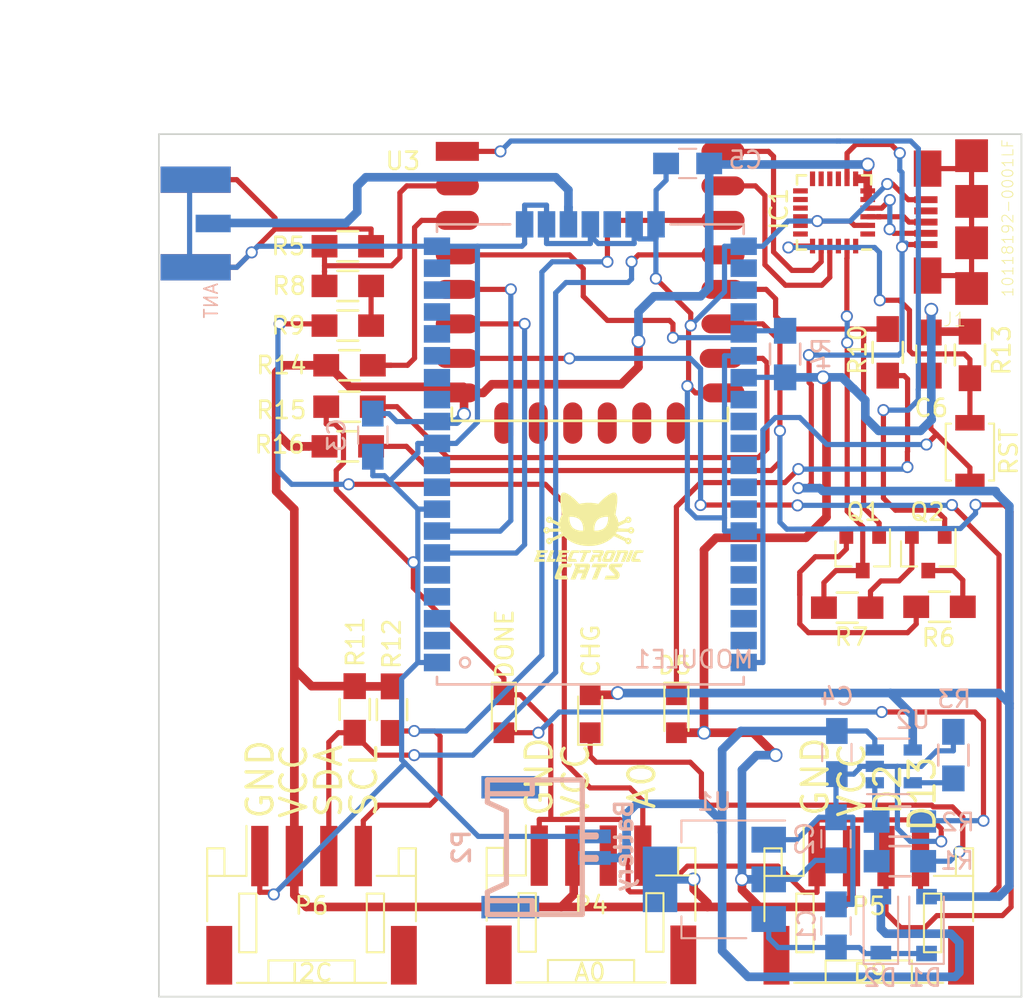
<source format=kicad_pcb>
(kicad_pcb (version 20171130) (host pcbnew "(5.1.12)-1")
  (title_block (title NodeLoRaGrooveKitty) (date 2017-04-11) (rev 1.3) (company "Electronic Cats") (comment 1 "Eduardo Contreras flores"))
  (layers (0 F.Cu signal) (31 B.Cu signal) (34 B.Paste user) (35 F.Paste user) (36 B.SilkS user) (37 F.SilkS user) (38 B.Mask user) (39 F.Mask user) (44 Edge.Cuts user))
  (net 0 "")
  (net 1 GND)
  (net 2 "Net-(A1-Pad1)")
  (net 3 "Net-(C1-Pad1)")
  (net 4 +3V3)
  (net 5 +BATT)
  (net 6 VCC)
  (net 7 "Net-(D3-Pad1)")
  (net 8 "Net-(D4-Pad2)")
  (net 9 "Net-(IC1-Pad1)")
  (net 10 "Net-(IC1-Pad3)")
  (net 11 "Net-(IC1-Pad4)")
  (net 12 "Net-(IC1-Pad9)")
  (net 13 "Net-(IC1-Pad11)")
  (net 14 "Net-(IC1-Pad12)")
  (net 15 "Net-(IC1-Pad13)")
  (net 16 "Net-(IC1-Pad14)")
  (net 17 "Net-(IC1-Pad15)")
  (net 18 "Net-(IC1-Pad16)")
  (net 19 "Net-(IC1-Pad17)")
  (net 20 "Net-(IC1-Pad18)")
  (net 21 /RST)
  (net 22 /TXD)
  (net 23 /RXD)
  (net 24 "Net-(IC1-Pad22)")
  (net 25 /DTR)
  (net 26 "Net-(IC1-Pad24)")
  (net 27 "Net-(MODULE1-Pad46)")
  (net 28 "Net-(MODULE1-Pad45)")
  (net 29 "Net-(MODULE1-Pad44)")
  (net 30 "Net-(MODULE1-Pad43)")
  (net 31 "Net-(MODULE1-Pad40)")
  (net 32 "Net-(MODULE1-Pad39)")
  (net 33 "Net-(MODULE1-Pad38)")
  (net 34 "Net-(MODULE1-Pad37)")
  (net 35 "Net-(MODULE1-Pad36)")
  (net 36 "Net-(MODULE1-Pad35)")
  (net 37 /RST_RN)
  (net 38 /TEST1)
  (net 39 /TEST0)
  (net 40 "Net-(MODULE1-Pad25)")
  (net 41 "Net-(MODULE1-Pad14)")
  (net 42 "Net-(MODULE1-Pad13)")
  (net 43 "Net-(MODULE1-Pad10)")
  (net 44 "Net-(MODULE1-Pad9)")
  (net 45 /STX)
  (net 46 /SRX)
  (net 47 "Net-(MODULE1-Pad5)")
  (net 48 "Net-(MODULE1-Pad4)")
  (net 49 "Net-(MODULE1-Pad3)")
  (net 50 "Net-(MODULE1-Pad2)")
  (net 51 /A0)
  (net 52 /GPIO2)
  (net 53 /GPIO13)
  (net 54 /SDA)
  (net 55 /SCL)
  (net 56 /GPIO0)
  (net 57 "Net-(Q1-Pad2)")
  (net 58 /RESET)
  (net 59 "Net-(Q2-Pad2)")
  (net 60 /RTS)
  (net 61 /CH_PD)
  (net 62 /GPIO15)
  (net 63 /ADC)
  (net 64 "Net-(U3-Pad17)")
  (net 65 "Net-(U3-Pad18)")
  (net 66 "Net-(U3-Pad19)")
  (net 67 "Net-(U3-Pad20)")
  (net 68 "Net-(U3-Pad21)")
  (net 69 "Net-(U3-Pad22)")
  (net 70 "Net-(D5-Pad1)")
  (net 71 "Net-(P4-Pad3)")
  (net 72 "Net-(R1-Pad1)")
  (net 73 "Net-(R3-Pad1)")
  (net 74 "Net-(R8-Pad1)")
  (net 75 "Net-(J1-Pad4)")
  (net 76 "Net-(J1-PadM1)")
  (module LEDs:LED_0805 (layer F.Cu) (at 145.16 116.24 90)
    (fp_text reference D3)
    (fp_text value CHG (at 3.64 0.04 90) (layer F.SilkS))
    (pad 2 smd rect (at 1.1 0 270) (size 1.2 1.2) (layers F.Cu F.Paste F.Mask) (net 6 VCC))
    (pad 1 smd rect (at -1.1 0 270) (size 1.2 1.2) (layers F.Cu F.Paste F.Mask) (net 7 "Net-(D3-Pad1)"))
  )
  (module LEDs:LED_0805 (layer F.Cu) (at 140.16 116.24 270)
    (fp_text reference D4)
    (fp_text value DONE (at -4.04 -0.04 270) (layer F.SilkS))
    (pad 2 smd rect (at 1.1 0 90) (size 1.2 1.2) (layers F.Cu F.Paste F.Mask) (net 8 "Net-(D4-Pad2)"))
    (pad 1 smd rect (at -1.1 0 90) (size 1.2 1.2) (layers F.Cu F.Paste F.Mask) (net 1 GND))
  )
  (module ESP8266:ESP-12E (layer F.Cu) (at 138.16 83.64)
    (fp_text reference U3 (at -3.86 0.56) (layer F.SilkS))
    (fp_text value ESP8266-12E)
    (pad 1 smd rect (at 0 0) (size 2.5 1.1) (drill (offset -0.7 0)) (layers F.Cu F.Paste F.Mask) (net 58 /RESET))
    (pad 2 smd oval (at 0 2) (size 2.5 1.1) (drill (offset -0.7 0)) (layers F.Cu F.Paste F.Mask) (net 63 /ADC))
    (pad 3 smd oval (at 0 4) (size 2.5 1.1) (drill (offset -0.7 0)) (layers F.Cu F.Paste F.Mask) (net 61 /CH_PD))
    (pad 4 smd oval (at 0 6) (size 2.5 1.1) (drill (offset -0.7 0)) (layers F.Cu F.Paste F.Mask) (net 37 /RST_RN))
    (pad 5 smd oval (at 0 8) (size 2.5 1.1) (drill (offset -0.7 0)) (layers F.Cu F.Paste F.Mask) (net 45 /STX))
    (pad 6 smd oval (at 0 10) (size 2.5 1.1) (drill (offset -0.7 0)) (layers F.Cu F.Paste F.Mask) (net 46 /SRX))
    (pad 7 smd oval (at 0 12) (size 2.5 1.1) (drill (offset -0.7 0)) (layers F.Cu F.Paste F.Mask) (net 53 /GPIO13))
    (pad 8 smd oval (at 0 14) (size 2.5 1.1) (drill (offset -0.7 0)) (layers F.Cu F.Paste F.Mask) (net 4 +3V3))
    (pad 9 smd oval (at 14 14) (size 2.5 1.1) (drill (offset 0.7 0)) (layers F.Cu F.Paste F.Mask) (net 1 GND))
    (pad 10 smd oval (at 14 12) (size 2.5 1.1) (drill (offset 0.6 0)) (layers F.Cu F.Paste F.Mask) (net 62 /GPIO15))
    (pad 11 smd oval (at 14 10) (size 2.5 1.1) (drill (offset 0.7 0)) (layers F.Cu F.Paste F.Mask) (net 52 /GPIO2))
    (pad 12 smd oval (at 14 8) (size 2.5 1.1) (drill (offset 0.7 0)) (layers F.Cu F.Paste F.Mask) (net 56 /GPIO0))
    (pad 13 smd oval (at 14 6) (size 2.5 1.1) (drill (offset 0.7 0)) (layers F.Cu F.Paste F.Mask) (net 54 /SDA))
    (pad 14 smd oval (at 14 4) (size 2.5 1.1) (drill (offset 0.7 0)) (layers F.Cu F.Paste F.Mask) (net 55 /SCL))
    (pad 15 smd oval (at 14 2) (size 2.5 1.1) (drill (offset 0.7 0)) (layers F.Cu F.Paste F.Mask) (net 23 /RXD))
    (pad 16 smd oval (at 14 0) (size 2.5 1.1) (drill (offset 0.7 0)) (layers F.Cu F.Paste F.Mask) (net 22 /TXD))
    (pad 17 smd oval (at 1.99 15.75 90) (size 2.4 1.1) (layers F.Cu F.Paste F.Mask) (net 64 "Net-(U3-Pad17)"))
    (pad 18 smd oval (at 3.99 15.75 90) (size 2.4 1.1) (layers F.Cu F.Paste F.Mask) (net 65 "Net-(U3-Pad18)"))
    (pad 19 smd oval (at 5.99 15.75 90) (size 2.4 1.1) (layers F.Cu F.Paste F.Mask) (net 66 "Net-(U3-Pad19)"))
    (pad 20 smd oval (at 7.99 15.75 90) (size 2.4 1.1) (layers F.Cu F.Paste F.Mask) (net 67 "Net-(U3-Pad20)"))
    (pad 21 smd oval (at 9.99 15.75 90) (size 2.4 1.1) (layers F.Cu F.Paste F.Mask) (net 68 "Net-(U3-Pad21)"))
    (pad 22 smd oval (at 11.99 15.75 90) (size 2.4 1.1) (layers F.Cu F.Paste F.Mask) (net 69 "Net-(U3-Pad22)"))
  )
  (module Library:SMA_Conn_Ant (layer B.Cu) (at 120.258 87.82)
    (fp_text reference A1)
    (fp_text value ANT (at 2.478 5.574 90) (layer B.SilkS) (effects (font (size 0.77216 0.77216) (thickness 0.1)) (justify right top mirror)))
    (pad 2 smd rect (at 2.032 2.54 270) (size 1.524 4.064) (layers B.Cu B.Paste B.Mask) (net 1 GND))
    (pad 3 smd rect (at 2.032 -2.54 270) (size 1.524 4.064) (layers B.Cu B.Paste B.Mask) (net 1 GND))
    (pad 1 smd rect (at 3.048 0 270) (size 1.016 2.032) (layers B.Cu B.Paste B.Mask) (net 2 "Net-(A1-Pad1)"))
    (pad 4 smd rect (at 2.032 2.54 270) (size 1.524 4.064) (layers F.Cu F.Paste F.Mask) (net 1 GND))
    (pad 5 smd rect (at 2.032 -2.54 270) (size 1.524 4.064) (layers F.Cu F.Paste F.Mask) (net 1 GND))
  )
  (module Capacitors_SMD:C_0805_HandSoldering (layer B.Cu) (at 159.41 128.54 90)
    (fp_text reference C1 (at 0 -1.7 90) (layer B.SilkS) (effects (justify mirror)))
    (fp_text value 4.7uF)
    (pad 1 smd rect (at -1.25 0 90) (size 1.5 1.25) (layers B.Cu B.Paste B.Mask) (net 3 "Net-(C1-Pad1)"))
    (pad 2 smd rect (at 1.25 0 90) (size 1.5 1.25) (layers B.Cu B.Paste B.Mask) (net 1 GND))
  )
  (module Capacitors_SMD:C_0805_HandSoldering (layer B.Cu) (at 159.41 123.49 90)
    (fp_text reference C2 (at 0 -1.8 270) (layer B.SilkS) (effects (justify mirror)))
    (fp_text value 4.7uF)
    (pad 1 smd rect (at -1.25 0 90) (size 1.5 1.25) (layers B.Cu B.Paste B.Mask) (net 4 +3V3))
    (pad 2 smd rect (at 1.25 0 90) (size 1.5 1.25) (layers B.Cu B.Paste B.Mask) (net 1 GND))
  )
  (module Capacitors_SMD:C_0805_HandSoldering (layer B.Cu) (at 132.56 100.09 270)
    (fp_text reference C3 (at 0 2.1 270) (layer B.SilkS) (effects (justify mirror)))
    (fp_text value 0.1uF)
    (pad 1 smd rect (at -1.25 0 270) (size 1.5 1.25) (layers B.Cu B.Paste B.Mask) (net 4 +3V3))
    (pad 2 smd rect (at 1.25 0 270) (size 1.5 1.25) (layers B.Cu B.Paste B.Mask) (net 1 GND))
  )
  (module Capacitors_SMD:C_0805_HandSoldering (layer B.Cu) (at 159.46 118.49 270)
    (fp_text reference C4 (at -3.25 0 180) (layer B.SilkS) (effects (justify mirror)))
    (fp_text value 10uF)
    (pad 1 smd rect (at -1.25 0 270) (size 1.5 1.25) (layers B.Cu B.Paste B.Mask) (net 5 +BATT))
    (pad 2 smd rect (at 1.25 0 270) (size 1.5 1.25) (layers B.Cu B.Paste B.Mask) (net 1 GND))
  )
  (module Capacitors_SMD:C_0805_HandSoldering (layer B.Cu) (at 150.81 84.34 180)
    (fp_text reference C5 (at -3.35 0.2 180) (layer B.SilkS) (effects (justify mirror)))
    (fp_text value 0.1uF)
    (pad 1 smd rect (at -1.25 0 180) (size 1.5 1.25) (layers B.Cu B.Paste B.Mask) (net 4 +3V3))
    (pad 2 smd rect (at 1.25 0 180) (size 1.5 1.25) (layers B.Cu B.Paste B.Mask) (net 1 GND))
  )
  (module Capacitors_SMD:C_0805_HandSoldering (layer F.Cu) (at 164.91 95.39 270)
    (fp_text reference C6 (at 3.13 -0.02) (layer F.SilkS))
    (fp_text value 10uF)
    (pad 1 smd rect (at -1.25 0 270) (size 1.5 1.25) (layers F.Cu F.Paste F.Mask) (net 4 +3V3))
    (pad 2 smd rect (at 1.25 0 270) (size 1.5 1.25) (layers F.Cu F.Paste F.Mask) (net 1 GND))
  )
  (module Diodes_SMD:D_SOD-123 (layer B.Cu) (at 164.66 128.49 90)
    (fp_text reference D1 (at -3.05 -0.09) (layer B.SilkS) (effects (justify mirror)))
    (fp_text value MBR120)
    (pad 1 smd rect (at -1.65 0 90) (size 0.9 1.2) (layers B.Cu B.Paste B.Mask) (net 3 "Net-(C1-Pad1)"))
    (pad 2 smd rect (at 1.65 0 90) (size 0.9 1.2) (layers B.Cu B.Paste B.Mask) (net 6 VCC))
  )
  (module Diodes_SMD:D_SOD-123 (layer B.Cu) (at 162.01 128.49 90)
    (fp_text reference D2 (at -3.06 -0.04) (layer B.SilkS) (effects (justify mirror)))
    (fp_text value MBR120)
    (pad 1 smd rect (at -1.65 0 90) (size 0.9 1.2) (layers B.Cu B.Paste B.Mask) (net 3 "Net-(C1-Pad1)"))
    (pad 2 smd rect (at 1.65 0 90) (size 0.9 1.2) (layers B.Cu B.Paste B.Mask) (net 5 +BATT))
  )
  (module LEDs:LED_0805 (layer F.Cu) (at 150.16 116.24 270)
    (fp_text reference D5 (at -2.8 0.1) (layer F.SilkS))
    (fp_text value Led)
    (pad 2 smd rect (at 1.1 0 90) (size 1.2 1.2) (layers F.Cu F.Paste F.Mask) (net 4 +3V3))
    (pad 1 smd rect (at -1.1 0 90) (size 1.2 1.2) (layers F.Cu F.Paste F.Mask) (net 70 "Net-(D5-Pad1)"))
  )
  (module Housings_DFN_QFN:QFN-24_4x4mm_Pitch0.5mm_NoMask (layer F.Cu) (at 159.3 87.18 180)
    (fp_text reference IC1 (at 3.2 0.2 270) (layer F.SilkS))
    (fp_text value CP2104)
    (pad 1 smd rect (at -1.95 -1.25 180) (size 0.85 0.3) (layers F.Cu F.Paste F.Mask) (net 9 "Net-(IC1-Pad1)"))
    (pad 2 smd rect (at -1.95 -0.75 180) (size 0.85 0.3) (layers F.Cu F.Paste F.Mask) (net 1 GND))
    (pad 3 smd rect (at -1.95 -0.25 180) (size 0.85 0.3) (layers F.Cu F.Paste F.Mask) (net 10 "Net-(IC1-Pad3)"))
    (pad 4 smd rect (at -1.95 0.25 180) (size 0.85 0.3) (layers F.Cu F.Paste F.Mask) (net 11 "Net-(IC1-Pad4)"))
    (pad 5 smd rect (at -1.95 0.75 180) (size 0.85 0.3) (layers F.Cu F.Paste F.Mask) (net 4 +3V3))
    (pad 6 smd rect (at -1.95 1.25 180) (size 0.85 0.3) (layers F.Cu F.Paste F.Mask) (net 4 +3V3))
    (pad 7 smd rect (at -1.25 1.95 270) (size 0.85 0.3) (layers F.Cu F.Paste F.Mask) (net 4 +3V3))
    (pad 8 smd rect (at -0.75 1.95 270) (size 0.85 0.3) (layers F.Cu F.Paste F.Mask) (net 6 VCC))
    (pad 9 smd rect (at -0.25 1.95 270) (size 0.85 0.3) (layers F.Cu F.Paste F.Mask) (net 12 "Net-(IC1-Pad9)"))
    (pad 10 smd rect (at 0.25 1.95 270) (size 0.85 0.3) (layers F.Cu F.Paste F.Mask))
    (pad 11 smd rect (at 0.75 1.95 270) (size 0.85 0.3) (layers F.Cu F.Paste F.Mask) (net 13 "Net-(IC1-Pad11)"))
    (pad 12 smd rect (at 1.25 1.95 270) (size 0.85 0.3) (layers F.Cu F.Paste F.Mask) (net 14 "Net-(IC1-Pad12)"))
    (pad 13 smd rect (at 1.95 1.25 180) (size 0.85 0.3) (layers F.Cu F.Paste F.Mask) (net 15 "Net-(IC1-Pad13)"))
    (pad 14 smd rect (at 1.95 0.75 180) (size 0.85 0.3) (layers F.Cu F.Paste F.Mask) (net 16 "Net-(IC1-Pad14)"))
    (pad 15 smd rect (at 1.95 0.25 180) (size 0.85 0.3) (layers F.Cu F.Paste F.Mask) (net 17 "Net-(IC1-Pad15)"))
    (pad 16 smd rect (at 1.95 -0.25 180) (size 0.85 0.3) (layers F.Cu F.Paste F.Mask) (net 18 "Net-(IC1-Pad16)"))
    (pad 17 smd rect (at 1.95 -0.75 180) (size 0.85 0.3) (layers F.Cu F.Paste F.Mask) (net 19 "Net-(IC1-Pad17)"))
    (pad 18 smd rect (at 1.95 -1.25 180) (size 0.85 0.3) (layers F.Cu F.Paste F.Mask) (net 20 "Net-(IC1-Pad18)"))
    (pad 19 smd rect (at 1.25 -1.95 270) (size 0.85 0.3) (layers F.Cu F.Paste F.Mask) (net 21 /RST))
    (pad 20 smd rect (at 0.75 -1.95 270) (size 0.85 0.3) (layers F.Cu F.Paste F.Mask) (net 22 /TXD))
    (pad 21 smd rect (at 0.25 -1.95 270) (size 0.85 0.3) (layers F.Cu F.Paste F.Mask) (net 23 /RXD))
    (pad 22 smd rect (at -0.25 -1.95 270) (size 0.85 0.3) (layers F.Cu F.Paste F.Mask) (net 24 "Net-(IC1-Pad22)"))
    (pad 23 smd rect (at -0.75 -1.95 270) (size 0.85 0.3) (layers F.Cu F.Paste F.Mask) (net 25 /DTR))
    (pad 24 smd rect (at -1.25 -1.95 270) (size 0.85 0.3) (layers F.Cu F.Paste F.Mask) (net 26 "Net-(IC1-Pad24)"))
  )
  (module TO_SOT_Packages_SMD:SOT-23 (layer F.Cu) (at 160.96 106.94 270)
    (fp_text reference Q1 (at -2.4 -0.05) (layer F.SilkS))
    (fp_text value MMBT2222A)
    (pad 1 smd rect (at -1 -0.95 270) (size 0.9 0.8) (layers F.Cu F.Paste F.Mask) (net 56 /GPIO0))
    (pad 2 smd rect (at -1 0.95 270) (size 0.9 0.8) (layers F.Cu F.Paste F.Mask) (net 57 "Net-(Q1-Pad2)"))
    (pad 3 smd rect (at 1 0 270) (size 0.9 0.8) (layers F.Cu F.Paste F.Mask) (net 25 /DTR))
  )
  (module TO_SOT_Packages_SMD:SOT-23 (layer F.Cu) (at 164.76 106.94 270)
    (fp_text reference Q2 (at -2.4 0.05) (layer F.SilkS))
    (fp_text value MMBT2222A)
    (pad 1 smd rect (at -1 -0.95 270) (size 0.9 0.8) (layers F.Cu F.Paste F.Mask) (net 58 /RESET))
    (pad 2 smd rect (at -1 0.95 270) (size 0.9 0.8) (layers F.Cu F.Paste F.Mask) (net 59 "Net-(Q2-Pad2)"))
    (pad 3 smd rect (at 1 0 270) (size 0.9 0.8) (layers F.Cu F.Paste F.Mask) (net 60 /RTS))
  )
  (module Resistors_SMD:R_0805_HandSoldering (layer B.Cu) (at 163.114 124.788)
    (fp_text reference R1 (at 3.315546 -0.02768) (layer B.SilkS) (effects (justify mirror)))
    (fp_text value 330R)
    (pad 1 smd rect (at -1.35 0) (size 1.5 1.3) (layers B.Cu B.Paste B.Mask) (net 72 "Net-(R1-Pad1)"))
    (pad 2 smd rect (at 1.35 0) (size 1.5 1.3) (layers B.Cu B.Paste B.Mask) (net 7 "Net-(D3-Pad1)"))
  )
  (module Resistors_SMD:R_0805_HandSoldering (layer B.Cu) (at 163.114 122.488)
    (fp_text reference R2 (at 3.365546 0.04232) (layer B.SilkS) (effects (justify mirror)))
    (fp_text value 330R)
    (pad 1 smd rect (at -1.35 0) (size 1.5 1.3) (layers B.Cu B.Paste B.Mask) (net 72 "Net-(R1-Pad1)"))
    (pad 2 smd rect (at 1.35 0) (size 1.5 1.3) (layers B.Cu B.Paste B.Mask) (net 8 "Net-(D4-Pad2)"))
  )
  (module Resistors_SMD:R_0805_HandSoldering (layer B.Cu) (at 166.214 118.638 90)
    (fp_text reference R3 (at 3.25 0.05) (layer B.SilkS) (effects (justify mirror)))
    (fp_text value 10K)
    (pad 1 smd rect (at -1.35 0 90) (size 1.5 1.3) (layers B.Cu B.Paste B.Mask) (net 73 "Net-(R3-Pad1)"))
    (pad 2 smd rect (at 1.35 0 90) (size 1.5 1.3) (layers B.Cu B.Paste B.Mask) (net 1 GND))
  )
  (module Resistors_SMD:R_0805_HandSoldering (layer B.Cu) (at 156.46 95.39 90)
    (fp_text reference R4 (at 0 2.1 90) (layer B.SilkS) (effects (justify mirror)))
    (fp_text value 10K)
    (pad 1 smd rect (at -1.35 0 90) (size 1.5 1.3) (layers B.Cu B.Paste B.Mask) (net 4 +3V3))
    (pad 2 smd rect (at 1.35 0 90) (size 1.5 1.3) (layers B.Cu B.Paste B.Mask) (net 37 /RST_RN))
  )
  (module Resistors_SMD:R_0805_HandSoldering (layer F.Cu) (at 131.11 89.14)
    (fp_text reference R5 (at -3.45 0) (layer F.SilkS))
    (fp_text value 100K)
    (pad 1 smd rect (at -1.35 0) (size 1.5 1.3) (layers F.Cu F.Paste F.Mask) (net 63 /ADC))
    (pad 2 smd rect (at 1.35 0) (size 1.5 1.3) (layers F.Cu F.Paste F.Mask) (net 1 GND))
  )
  (module Resistors_SMD:R_0805_HandSoldering (layer F.Cu) (at 165.41 110.04)
    (fp_text reference R6 (at -0.05 1.8) (layer F.SilkS))
    (fp_text value 10K)
    (pad 1 smd rect (at -1.35 0) (size 1.5 1.3) (layers F.Cu F.Paste F.Mask) (net 57 "Net-(Q1-Pad2)"))
    (pad 2 smd rect (at 1.35 0) (size 1.5 1.3) (layers F.Cu F.Paste F.Mask) (net 60 /RTS))
  )
  (module Resistors_SMD:R_0805_HandSoldering (layer F.Cu) (at 160.06 110.09 180)
    (fp_text reference R7 (at -0.25 -1.7 180) (layer F.SilkS))
    (fp_text value 10K)
    (pad 1 smd rect (at -1.35 0 180) (size 1.5 1.3) (layers F.Cu F.Paste F.Mask) (net 59 "Net-(Q2-Pad2)"))
    (pad 2 smd rect (at 1.35 0 180) (size 1.5 1.3) (layers F.Cu F.Paste F.Mask) (net 25 /DTR))
  )
  (module Resistors_SMD:R_0805_HandSoldering (layer F.Cu) (at 131.11 91.44 180)
    (fp_text reference R8 (at 3.4 0 180) (layer F.SilkS))
    (fp_text value 100K)
    (pad 1 smd rect (at -1.35 0 180) (size 1.5 1.3) (layers F.Cu F.Paste F.Mask) (net 74 "Net-(R8-Pad1)"))
    (pad 2 smd rect (at 1.35 0 180) (size 1.5 1.3) (layers F.Cu F.Paste F.Mask) (net 63 /ADC))
  )
  (module Resistors_SMD:R_0805_HandSoldering (layer F.Cu) (at 131.11 93.74)
    (fp_text reference R9 (at -3.45 0) (layer F.SilkS))
    (fp_text value 100K)
    (pad 1 smd rect (at -1.35 0) (size 1.5 1.3) (layers F.Cu F.Paste F.Mask) (net 51 /A0))
    (pad 2 smd rect (at 1.35 0) (size 1.5 1.3) (layers F.Cu F.Paste F.Mask) (net 74 "Net-(R8-Pad1)"))
  )
  (module Resistors_SMD:R_0805_HandSoldering (layer F.Cu) (at 162.41 95.29 270)
    (fp_text reference R10 (at -0.15 1.75 270) (layer F.SilkS))
    (fp_text value 330R)
    (pad 1 smd rect (at -1.35 0 270) (size 1.5 1.3) (layers F.Cu F.Paste F.Mask) (net 56 /GPIO0))
    (pad 2 smd rect (at 1.35 0 270) (size 1.5 1.3) (layers F.Cu F.Paste F.Mask) (net 70 "Net-(D5-Pad1)"))
  )
  (module Resistors_SMD:R_0805_HandSoldering (layer F.Cu) (at 131.51 115.99 270)
    (fp_text reference R11 (at -3.913724 -0.038514 270) (layer F.SilkS))
    (fp_text value 4.7K)
    (pad 1 smd rect (at -1.35 0 270) (size 1.5 1.3) (layers F.Cu F.Paste F.Mask) (net 4 +3V3))
    (pad 2 smd rect (at 1.35 0 270) (size 1.5 1.3) (layers F.Cu F.Paste F.Mask) (net 54 /SDA))
  )
  (module Resistors_SMD:R_0805_HandSoldering (layer F.Cu) (at 133.671 116.004 270)
    (fp_text reference R12 (at -3.813724 0.011486 270) (layer F.SilkS))
    (fp_text value 4.7K)
    (pad 1 smd rect (at -1.35 0 270) (size 1.5 1.3) (layers F.Cu F.Paste F.Mask) (net 4 +3V3))
    (pad 2 smd rect (at 1.35 0 270) (size 1.5 1.3) (layers F.Cu F.Paste F.Mask) (net 55 /SCL))
  )
  (module Resistors_SMD:R_0805_HandSoldering (layer F.Cu) (at 167.174 95.4395 270)
    (fp_text reference R13 (at -0.269501 -1.836125 270) (layer F.SilkS))
    (fp_text value 10K)
    (pad 1 smd rect (at -1.35 0 270) (size 1.5 1.3) (layers F.Cu F.Paste F.Mask) (net 4 +3V3))
    (pad 2 smd rect (at 1.35 0 270) (size 1.5 1.3) (layers F.Cu F.Paste F.Mask) (net 21 /RST))
  )
  (module Resistors_SMD:R_0805_HandSoldering (layer F.Cu) (at 131.21 96.04)
    (fp_text reference R14 (at -3.95 0) (layer F.SilkS))
    (fp_text value 10K)
    (pad 1 smd rect (at -1.35 0) (size 1.5 1.3) (layers F.Cu F.Paste F.Mask) (net 4 +3V3))
    (pad 2 smd rect (at 1.35 0) (size 1.5 1.3) (layers F.Cu F.Paste F.Mask) (net 61 /CH_PD))
  )
  (module Resistors_SMD:R_0805_HandSoldering (layer F.Cu) (at 131.21 98.44 180)
    (fp_text reference R15 (at 3.95 -0.2 180) (layer F.SilkS))
    (fp_text value 10K)
    (pad 1 smd rect (at -1.35 0 180) (size 1.5 1.3) (layers F.Cu F.Paste F.Mask) (net 62 /GPIO15))
    (pad 2 smd rect (at 1.35 0 180) (size 1.5 1.3) (layers F.Cu F.Paste F.Mask) (net 1 GND))
  )
  (module Resistors_SMD:R_0805_HandSoldering (layer F.Cu) (at 131.11 100.74)
    (fp_text reference R16 (at -3.95 -0.1) (layer F.SilkS))
    (fp_text value 10K)
    (pad 1 smd rect (at -1.35 0) (size 1.5 1.3) (layers F.Cu F.Paste F.Mask) (net 4 +3V3))
    (pad 2 smd rect (at 1.35 0) (size 1.5 1.3) (layers F.Cu F.Paste F.Mask) (net 52 /GPIO2))
  )
  (module Buttons_Switches_SMD:SW_SPST_B3U-1000P (layer F.Cu) (at 167.174 101.073 90)
    (fp_text reference RST (at 0.033329 2.25 90) (layer F.SilkS))
    (fp_text value SW_RESET)
    (pad 1 smd rect (at -1.7 0 90) (size 0.9 1.7) (layers F.Cu F.Paste F.Mask) (net 1 GND))
    (pad 2 smd rect (at 1.7 0 90) (size 0.9 1.7) (layers F.Cu F.Paste F.Mask) (net 21 /RST))
  )
  (module TO_SOT_Packages_SMD:SOT-223-3Lead_TabPin2 (layer B.Cu) (at 152.36 125.84 180)
    (fp_text reference U1 (at 0 4.5 180) (layer B.SilkS) (effects (justify mirror)))
    (fp_text value AP2114)
    (pad 2 smd rect (at 3.15 0 180) (size 2 3.8) (layers B.Cu B.Paste B.Mask) (net 4 +3V3))
    (pad 2 smd rect (at -3.15 0 180) (size 2 1.5) (layers B.Cu B.Paste B.Mask) (net 4 +3V3))
    (pad 3 smd rect (at -3.15 -2.3 180) (size 2 1.5) (layers B.Cu B.Paste B.Mask) (net 3 "Net-(C1-Pad1)"))
    (pad 1 smd rect (at -3.15 2.3 180) (size 2 1.5) (layers B.Cu B.Paste B.Mask) (net 1 GND))
  )
  (module TO_SOT_Packages_SMD:SOT-23-5 (layer B.Cu) (at 162.76 119.29)
    (fp_text reference U2 (at 1.1 -2.7) (layer B.SilkS) (effects (justify mirror)))
    (fp_text value MCP73831T-2ATI/OT)
    (pad 1 smd rect (at -1.1 0.95) (size 1.06 0.65) (layers B.Cu B.Paste B.Mask) (net 72 "Net-(R1-Pad1)"))
    (pad 2 smd rect (at -1.1 0) (size 1.06 0.65) (layers B.Cu B.Paste B.Mask) (net 1 GND))
    (pad 3 smd rect (at -1.1 -0.95) (size 1.06 0.65) (layers B.Cu B.Paste B.Mask) (net 5 +BATT))
    (pad 4 smd rect (at 1.1 -0.95) (size 1.06 0.65) (layers B.Cu B.Paste B.Mask) (net 6 VCC))
    (pad 5 smd rect (at 1.1 0.95) (size 1.06 0.65) (layers B.Cu B.Paste B.Mask) (net 73 "Net-(R3-Pad1)"))
  )
  (module Library:JST_PH_S4B-PH-SM4-TB_04x2.00mm_Angled (layer F.Cu) (at 145.21 127.34)
    (fp_text reference P4 (at 0 0) (layer F.SilkS))
    (fp_text value A0 (at -0.06 3.88) (layer F.SilkS))
    (pad 1 smd rect (at -3 -2.875) (size 1 3.5) (layers F.Cu F.Paste F.Mask) (net 1 GND))
    (pad 2 smd rect (at -1 -2.875) (size 1 3.5) (layers F.Cu F.Paste F.Mask) (net 4 +3V3))
    (pad 3 smd rect (at 1 -2.875) (size 1 3.5) (layers F.Cu F.Paste F.Mask) (net 71 "Net-(P4-Pad3)"))
    (pad 4 smd rect (at 3 -2.875) (size 1 3.5) (layers F.Cu F.Paste F.Mask) (net 51 /A0))
    (pad "" smd rect (at -5.35 2.875) (size 1.5 3.4) (layers F.Cu F.Paste F.Mask))
    (pad "" smd rect (at 5.35 2.875) (size 1.5 3.4) (layers F.Cu F.Paste F.Mask))
  )
  (module Library:JST_PH_S4B-PH-SM4-TB_04x2.00mm_Angled (layer F.Cu) (at 161.31 127.365)
    (fp_text reference P5 (at 0 0.025) (layer F.SilkS))
    (fp_text value D9 (at 0.07 3.885) (layer F.SilkS))
    (pad 1 smd rect (at -3 -2.875) (size 1 3.5) (layers F.Cu F.Paste F.Mask) (net 1 GND))
    (pad 2 smd rect (at -1 -2.875) (size 1 3.5) (layers F.Cu F.Paste F.Mask) (net 4 +3V3))
    (pad 3 smd rect (at 1 -2.875) (size 1 3.5) (layers F.Cu F.Paste F.Mask) (net 52 /GPIO2))
    (pad 4 smd rect (at 3 -2.875) (size 1 3.5) (layers F.Cu F.Paste F.Mask) (net 53 /GPIO13))
    (pad "" smd rect (at -5.35 2.875) (size 1.5 3.4) (layers F.Cu F.Paste F.Mask))
    (pad "" smd rect (at 5.35 2.875) (size 1.5 3.4) (layers F.Cu F.Paste F.Mask))
  )
  (module Library:JST_PH_S4B-PH-SM4-TB_04x2.00mm_Angled (layer F.Cu) (at 129.01 127.365)
    (fp_text reference P6 (at 0 0) (layer F.SilkS))
    (fp_text value I2C (at 0 3.895) (layer F.SilkS))
    (pad 1 smd rect (at -3 -2.875) (size 1 3.5) (layers F.Cu F.Paste F.Mask) (net 1 GND))
    (pad 2 smd rect (at -1 -2.875) (size 1 3.5) (layers F.Cu F.Paste F.Mask) (net 4 +3V3))
    (pad 3 smd rect (at 1 -2.875) (size 1 3.5) (layers F.Cu F.Paste F.Mask) (net 54 /SDA))
    (pad 4 smd rect (at 3 -2.875) (size 1 3.5) (layers F.Cu F.Paste F.Mask) (net 55 /SCL))
    (pad "" smd rect (at -5.35 2.875) (size 1.5 3.4) (layers F.Cu F.Paste F.Mask))
    (pad "" smd rect (at 5.35 2.875) (size 1.5 3.4) (layers F.Cu F.Paste F.Mask))
  )
  (module modules:panelmate_smd_2 (layer B.Cu) (at 141.904 123.975 90)
    (fp_text reference P2 (at 0 -4.20116 90) (layer B.SilkS) (effects (font (size 1.00076 1.00076) (thickness 0.20066)) (justify mirror)))
    (fp_text value Battery (at 0.07472 5.21586 90) (layer B.SilkS) (effects (font (size 1.00076 1.00076) (thickness 0.20066)) (justify mirror)))
    (pad 1 smd rect (at -0.62484 3.50012 90) (size 0.8001 1.89992) (layers B.Cu B.Paste B.Mask) (net 5 +BATT))
    (pad 2 smd rect (at 0.62484 3.50012 90) (size 0.8001 1.89992) (layers B.Cu B.Paste B.Mask) (net 1 GND))
    (pad 3 smd rect (at -3.47472 -1.37414 90) (size 1.30048 3.35026) (layers B.Cu B.Paste B.Mask))
    (pad 3 smd rect (at 3.47472 -1.37414 90) (size 1.30048 3.35026) (layers B.Cu B.Paste B.Mask))
  )
  (module modules:electronic_cats_logo_4x3 (layer F.Cu) (at 145.08 105.94)
    (fp_text reference G*** hide)
    (fp_text value LOGO hide)
  )
  (module 10118192-0001LF:10118192-0001LF (layer F.Cu) (at 168.72 87.74 90)
    (fp_text reference J1 (at -5.648 -2.432 180) (layer F.SilkS) (effects (font (size 0.8 0.8) (thickness 0.05))))
    (fp_text value 10118192-0001LF (at 0.23 0.65 270) (layer F.SilkS) (effects (font (size 0.64 0.64) (thickness 0.05))))
    (pad 1 smd rect (at -1.3 -4.1 180) (size 1.35 0.4) (layers F.Cu F.Paste F.Mask) (net 6 VCC))
    (pad 2 smd rect (at -0.65 -4.1 180) (size 1.35 0.4) (layers F.Cu F.Paste F.Mask) (net 11 "Net-(IC1-Pad4)"))
    (pad 3 smd rect (at 0 -4.1 180) (size 1.35 0.4) (layers F.Cu F.Paste F.Mask) (net 10 "Net-(IC1-Pad3)"))
    (pad 4 smd rect (at 0.65 -4.1 180) (size 1.35 0.4) (layers F.Cu F.Paste F.Mask) (net 75 "Net-(J1-Pad4)"))
    (pad 5 smd rect (at 1.3 -4.1 180) (size 1.35 0.4) (layers F.Cu F.Paste F.Mask) (net 1 GND))
    (pad M1 smd rect (at -1.2 -1.45 90) (size 1.9 1.9) (layers F.Cu F.Paste F.Mask) (net 76 "Net-(J1-PadM1)"))
    (pad M2 smd rect (at 1.2 -1.45 90) (size 1.9 1.9) (layers F.Cu F.Paste F.Mask) (net 76 "Net-(J1-PadM1)"))
    (pad S1 smd rect (at -3.85 -1.45 90) (size 1.9 1.9) (layers F.Cu F.Paste F.Mask) (net 76 "Net-(J1-PadM1)"))
    (pad S3 smd rect (at -3.1 -4 90) (size 2.1 1.6) (layers F.Cu F.Paste F.Mask) (net 76 "Net-(J1-PadM1)"))
    (pad S4 smd rect (at 3.1 -4 90) (size 2.1 1.6) (layers F.Cu F.Paste F.Mask) (net 76 "Net-(J1-PadM1)"))
    (pad S2 smd rect (at 3.85 -1.45 90) (size 1.9 1.9) (layers F.Cu F.Paste F.Mask) (net 76 "Net-(J1-PadM1)"))
  )
  (module Library:RN2483 (layer B.Cu) (at 154.06 114.54 180)
    (fp_text reference MODULE1 (at 2.8956 1.4478 180) (layer B.SilkS) (effects (justify mirror)))
    (fp_text value RN2903 hide)
    (pad 47 smd rect (at 0 1.27 180) (size 1.524 1.016) (layers B.Cu B.Paste B.Mask) (net 1 GND))
    (pad 46 smd rect (at 0 2.54 180) (size 1.524 1.016) (layers B.Cu B.Paste B.Mask) (net 27 "Net-(MODULE1-Pad46)"))
    (pad 45 smd rect (at 0 3.81 180) (size 1.524 1.016) (layers B.Cu B.Paste B.Mask) (net 28 "Net-(MODULE1-Pad45)"))
    (pad 44 smd rect (at 0 5.08 180) (size 1.524 1.016) (layers B.Cu B.Paste B.Mask) (net 29 "Net-(MODULE1-Pad44)"))
    (pad 43 smd rect (at 0 6.35 180) (size 1.524 1.016) (layers B.Cu B.Paste B.Mask) (net 30 "Net-(MODULE1-Pad43)"))
    (pad 42 smd rect (at 0 7.62 180) (size 1.524 1.016) (layers B.Cu B.Paste B.Mask))
    (pad 41 smd rect (at 0 8.89 180) (size 1.524 1.016) (layers B.Cu B.Paste B.Mask) (net 1 GND))
    (pad 40 smd rect (at 0 10.16 180) (size 1.524 1.016) (layers B.Cu B.Paste B.Mask) (net 31 "Net-(MODULE1-Pad40)"))
    (pad 39 smd rect (at 0 11.43 180) (size 1.524 1.016) (layers B.Cu B.Paste B.Mask) (net 32 "Net-(MODULE1-Pad39)"))
    (pad 38 smd rect (at 0 12.7 180) (size 1.524 1.016) (layers B.Cu B.Paste B.Mask) (net 33 "Net-(MODULE1-Pad38)"))
    (pad 37 smd rect (at 0 13.97 180) (size 1.524 1.016) (layers B.Cu B.Paste B.Mask) (net 34 "Net-(MODULE1-Pad37)"))
    (pad 36 smd rect (at 0 15.24 180) (size 1.524 1.016) (layers B.Cu B.Paste B.Mask) (net 35 "Net-(MODULE1-Pad36)"))
    (pad 35 smd rect (at 0 16.51 180) (size 1.524 1.016) (layers B.Cu B.Paste B.Mask) (net 36 "Net-(MODULE1-Pad35)"))
    (pad 34 smd rect (at 0 17.78 180) (size 1.524 1.016) (layers B.Cu B.Paste B.Mask) (net 4 +3V3))
    (pad 33 smd rect (at 0 19.05 180) (size 1.524 1.016) (layers B.Cu B.Paste B.Mask) (net 1 GND))
    (pad 32 smd rect (at 0 20.32 180) (size 1.524 1.016) (layers B.Cu B.Paste B.Mask) (net 37 /RST_RN))
    (pad 31 smd rect (at 0 21.59 180) (size 1.524 1.016) (layers B.Cu B.Paste B.Mask) (net 38 /TEST1))
    (pad 30 smd rect (at 0 22.86 180) (size 1.524 1.016) (layers B.Cu B.Paste B.Mask) (net 39 /TEST0))
    (pad 29 smd rect (at 0 24.13 180) (size 1.524 1.016) (layers B.Cu B.Paste B.Mask))
    (pad 28 smd rect (at 0 25.4 180) (size 1.524 1.016) (layers B.Cu B.Paste B.Mask) (net 1 GND))
    (pad 20 smd rect (at 17.78 25.4 180) (size 1.524 1.016) (layers B.Cu B.Paste B.Mask) (net 1 GND))
    (pad 27 smd rect (at 5.08 26.67 180) (size 1.016 1.524) (layers B.Cu B.Paste B.Mask) (net 1 GND))
    (pad 26 smd rect (at 6.35 26.67 180) (size 1.016 1.524) (layers B.Cu B.Paste B.Mask) (net 1 GND))
    (pad 25 smd rect (at 7.62 26.67 180) (size 1.016 1.524) (layers B.Cu B.Paste B.Mask) (net 40 "Net-(MODULE1-Pad25)"))
    (pad 24 smd rect (at 8.89 26.67 180) (size 1.016 1.524) (layers B.Cu B.Paste B.Mask) (net 1 GND))
    (pad 23 smd rect (at 10.16 26.67 180) (size 1.016 1.524) (layers B.Cu B.Paste B.Mask) (net 2 "Net-(A1-Pad1)"))
    (pad 22 smd rect (at 11.43 26.67 180) (size 1.016 1.524) (layers B.Cu B.Paste B.Mask) (net 1 GND))
    (pad 21 smd rect (at 12.7 26.67 180) (size 1.016 1.524) (layers B.Cu B.Paste B.Mask) (net 1 GND))
    (pad 19 smd rect (at 17.78 24.13 180) (size 1.524 1.016) (layers B.Cu B.Paste B.Mask))
    (pad 18 smd rect (at 17.78 22.86 180) (size 1.524 1.016) (layers B.Cu B.Paste B.Mask))
    (pad 17 smd rect (at 17.78 21.59 180) (size 1.524 1.016) (layers B.Cu B.Paste B.Mask))
    (pad 16 smd rect (at 17.78 20.32 180) (size 1.524 1.016) (layers B.Cu B.Paste B.Mask))
    (pad 15 smd rect (at 17.78 19.05 180) (size 1.524 1.016) (layers B.Cu B.Paste B.Mask))
    (pad 14 smd rect (at 17.78 17.78 180) (size 1.524 1.016) (layers B.Cu B.Paste B.Mask) (net 41 "Net-(MODULE1-Pad14)"))
    (pad 13 smd rect (at 17.78 16.51 180) (size 1.524 1.016) (layers B.Cu B.Paste B.Mask) (net 42 "Net-(MODULE1-Pad13)"))
    (pad 12 smd rect (at 17.78 15.24 180) (size 1.524 1.016) (layers B.Cu B.Paste B.Mask) (net 4 +3V3))
    (pad 11 smd rect (at 17.78 13.97 180) (size 1.524 1.016) (layers B.Cu B.Paste B.Mask) (net 1 GND))
    (pad 10 smd rect (at 17.78 12.7 180) (size 1.524 1.016) (layers B.Cu B.Paste B.Mask) (net 43 "Net-(MODULE1-Pad10)"))
    (pad 9 smd rect (at 17.78 11.43 180) (size 1.524 1.016) (layers B.Cu B.Paste B.Mask) (net 44 "Net-(MODULE1-Pad9)"))
    (pad 8 smd rect (at 17.78 10.16 180) (size 1.524 1.016) (layers B.Cu B.Paste B.Mask) (net 1 GND))
    (pad 7 smd rect (at 17.78 8.89 180) (size 1.524 1.016) (layers B.Cu B.Paste B.Mask) (net 45 /STX))
    (pad 6 smd rect (at 17.78 7.62 180) (size 1.524 1.016) (layers B.Cu B.Paste B.Mask) (net 46 /SRX))
    (pad 5 smd rect (at 17.78 6.35 180) (size 1.524 1.016) (layers B.Cu B.Paste B.Mask) (net 47 "Net-(MODULE1-Pad5)"))
    (pad 4 smd rect (at 17.78 5.08 180) (size 1.524 1.016) (layers B.Cu B.Paste B.Mask) (net 48 "Net-(MODULE1-Pad4)"))
    (pad 3 smd rect (at 17.78 3.81 180) (size 1.524 1.016) (layers B.Cu B.Paste B.Mask) (net 49 "Net-(MODULE1-Pad3)"))
    (pad 2 smd rect (at 17.78 2.54 180) (size 1.524 1.016) (layers B.Cu B.Paste B.Mask) (net 50 "Net-(MODULE1-Pad2)"))
    (pad 1 smd rect (at 17.78 1.27 180) (size 1.524 1.016) (layers B.Cu B.Paste B.Mask) (net 1 GND))
  )
  (gr_text D13 (at 164.41 120.89 90) (layer F.SilkS) (effects (font (size 1.5 1.5) (thickness 0.2))))
  (gr_text "D2\n" (at 162.41 120.64 90) (layer F.SilkS) (effects (font (size 1.5 1.5) (thickness 0.2))))
  (gr_text A0 (at 148.16 120.39 90) (layer F.SilkS) (effects (font (size 1.5 1.5) (thickness 0.2))))
  (gr_text "SCL\n" (at 132.04 120.14 90) (layer F.SilkS) (effects (font (size 1.5 1.5) (thickness 0.2))))
  (gr_text "SDA\n" (at 130 120.14 90) (layer F.SilkS) (effects (font (size 1.5 1.5) (thickness 0.2))))
  (gr_text VCC (at 127.98 120.14 90) (layer F.SilkS) (effects (font (size 1.5 1.5) (thickness 0.2))))
  (gr_text VCC (at 144.32 120.1 90) (layer F.SilkS) (effects (font (size 1.5 1.5) (thickness 0.2))))
  (gr_text "VCC\n\n" (at 161.54 120.08 90) (layer F.SilkS) (effects (font (size 1.5 1.5) (thickness 0.2))))
  (gr_text GND (at 158.21 119.89 90) (layer F.SilkS) (effects (font (size 1.5 1.5) (thickness 0.2))))
  (gr_text GND (at 142.21 119.89 90) (layer F.SilkS) (effects (font (size 1.5 1.5) (thickness 0.2))))
  (gr_text GND (at 126.035 120.04 90) (layer F.SilkS) (effects (font (size 1.5 1.5) (thickness 0.2))))
  (gr_line (start 170.16 82.64) (end 170.16 132.64) (layer Edge.Cuts) (width 0.1))
  (gr_line (start 120.16 82.64) (end 170.16 82.64) (layer Edge.Cuts) (width 0.1))
  (gr_line (start 120.16 132.64) (end 120.16 82.64) (layer Edge.Cuts) (width 0.1))
  (gr_line (start 170.16 132.64) (end 120.16 132.64) (layer Edge.Cuts) (width 0.1))
  (segment (start 165.2429 100.0417) (end 164.91 99.7089) (width 0.3) (layer F.Cu) (net 1))
  (segment (start 164.91 99.7089) (end 164.91 96.64) (width 0.3) (layer F.Cu) (net 1))
  (segment (start 167.174 101.9729) (end 165.2429 100.0417) (width 0.3) (layer F.Cu) (net 1))
  (segment (start 165.2429 100.0417) (end 164.6518 100.6328) (width 0.3) (layer F.Cu) (net 1))
  (segment (start 155.1721 105.65) (end 155.1721 99.7956) (width 0.3) (layer B.Cu) (net 1))
  (segment (start 155.1721 99.7956) (end 155.9004 99.0673) (width 0.3) (layer B.Cu) (net 1))
  (segment (start 155.9004 99.0673) (end 157.3121 99.0673) (width 0.3) (layer B.Cu) (net 1))
  (segment (start 157.3121 99.0673) (end 158.8776 100.6328) (width 0.3) (layer B.Cu) (net 1))
  (segment (start 158.8776 100.6328) (end 164.6518 100.6328) (width 0.3) (layer B.Cu) (net 1))
  (segment (start 155.0471 105.65) (end 155.1721 105.65) (width 0.3) (layer B.Cu) (net 1))
  (segment (start 154.06 105.65) (end 155.0471 105.65) (width 0.3) (layer B.Cu) (net 1))
  (segment (start 148.9702 88.7138) (end 148.9702 91.0125) (width 0.3) (layer B.Cu) (net 1))
  (segment (start 148.98 88.704) (end 148.9702 88.7138) (width 0.3) (layer B.Cu) (net 1))
  (segment (start 147.71 88.426) (end 147.9978 88.7138) (width 0.3) (layer B.Cu) (net 1))
  (segment (start 147.9978 88.7138) (end 148.9702 88.7138) (width 0.3) (layer B.Cu) (net 1))
  (segment (start 148.9702 91.0125) (end 150.99 93.0323) (width 0.3) (layer F.Cu) (net 1))
  (segment (start 150.99 93.0323) (end 150.99 93.738) (width 0.3) (layer F.Cu) (net 1))
  (segment (start 148.98 88.426) (end 148.98 88.704) (width 0.3) (layer B.Cu) (net 1))
  (segment (start 150.8659 97.246) (end 151.2599 97.64) (width 0.3) (layer F.Cu) (net 1))
  (segment (start 150.7952 97.246) (end 150.8659 97.246) (width 0.3) (layer F.Cu) (net 1))
  (segment (start 150.8659 97.246) (end 150.8659 93.8621) (width 0.3) (layer F.Cu) (net 1))
  (segment (start 150.8659 93.8621) (end 150.99 93.738) (width 0.3) (layer F.Cu) (net 1))
  (segment (start 152.9479 89.14) (end 152.9479 91.7801) (width 0.3) (layer B.Cu) (net 1))
  (segment (start 152.9479 91.7801) (end 150.99 93.738) (width 0.3) (layer B.Cu) (net 1))
  (segment (start 154.06 89.14) (end 152.9479 89.14) (width 0.3) (layer B.Cu) (net 1))
  (segment (start 134.9108 107.4592) (end 134.9108 108.9407) (width 0.3) (layer F.Cu) (net 1))
  (segment (start 134.9108 108.9407) (end 140.16 114.1899) (width 0.3) (layer F.Cu) (net 1))
  (segment (start 129.86 99.4401) (end 130.36 99.4401) (width 0.3) (layer F.Cu) (net 1))
  (segment (start 130.36 99.4401) (end 130.8602 99.9403) (width 0.3) (layer F.Cu) (net 1))
  (segment (start 130.8602 99.9403) (end 130.8602 101.7089) (width 0.3) (layer F.Cu) (net 1))
  (segment (start 130.8602 101.7089) (end 130.4399 102.1292) (width 0.3) (layer F.Cu) (net 1))
  (segment (start 130.4399 102.1292) (end 130.4399 103.2658) (width 0.3) (layer F.Cu) (net 1))
  (segment (start 130.4399 103.2658) (end 134.6333 107.4592) (width 0.3) (layer F.Cu) (net 1))
  (segment (start 134.6333 107.4592) (end 134.9108 107.4592) (width 0.3) (layer F.Cu) (net 1))
  (segment (start 135.1679 107.4592) (end 134.9108 107.4592) (width 0.3) (layer B.Cu) (net 1))
  (segment (start 135.1679 107.4592) (end 135.1679 104.38) (width 0.3) (layer B.Cu) (net 1))
  (segment (start 135.1679 113.27) (end 135.1679 107.4592) (width 0.3) (layer B.Cu) (net 1))
  (segment (start 122.29 85.28) (end 121.9398 85.6302) (width 0.3) (layer B.Cu) (net 1))
  (segment (start 121.9398 85.6302) (end 121.9398 90.0098) (width 0.3) (layer B.Cu) (net 1))
  (segment (start 121.9398 90.0098) (end 122.29 90.36) (width 0.3) (layer B.Cu) (net 1))
  (segment (start 136.28 89.14) (end 125.8921 89.14) (width 0.3) (layer B.Cu) (net 1))
  (segment (start 125.8921 89.14) (end 125.5377 89.4944) (width 0.3) (layer B.Cu) (net 1))
  (segment (start 124.6721 90.36) (end 125.5377 89.4944) (width 0.3) (layer B.Cu) (net 1))
  (segment (start 125.5377 89.4944) (end 124.6721 90.36) (width 0.3) (layer F.Cu) (net 1))
  (segment (start 126.8922 88.1399) (end 125.5377 89.4944) (width 0.3) (layer F.Cu) (net 1))
  (segment (start 132.46 88.1399) (end 126.8922 88.1399) (width 0.3) (layer F.Cu) (net 1))
  (segment (start 126.8922 88.1399) (end 126.8922 87.5001) (width 0.3) (layer F.Cu) (net 1))
  (segment (start 126.8922 87.5001) (end 124.6721 85.28) (width 0.3) (layer F.Cu) (net 1))
  (segment (start 122.29 90.36) (end 124.6721 90.36) (width 0.3) (layer F.Cu) (net 1))
  (segment (start 162.971 119.29) (end 161.66 119.29) (width 0.3) (layer B.Cu) (net 1))
  (segment (start 166.214 118.3881) (end 165.2482 118.3881) (width 0.3) (layer B.Cu) (net 1))
  (segment (start 165.2482 118.3881) (end 164.3463 119.29) (width 0.3) (layer B.Cu) (net 1))
  (segment (start 164.3463 119.29) (end 162.971 119.29) (width 0.3) (layer B.Cu) (net 1))
  (segment (start 162.971 119.29) (end 162.971 122.8901) (width 0.3) (layer B.Cu) (net 1))
  (segment (start 162.971 122.8901) (end 163.7188 123.6379) (width 0.3) (layer B.Cu) (net 1))
  (segment (start 163.7188 123.6379) (end 165.51 123.6379) (width 0.3) (layer B.Cu) (net 1))
  (segment (start 165.51 123.6379) (end 165.51 122.9025) (width 0.3) (layer F.Cu) (net 1))
  (segment (start 165.51 122.9025) (end 164.9974 122.3899) (width 0.3) (layer F.Cu) (net 1))
  (segment (start 164.9974 122.3899) (end 158.31 122.3899) (width 0.3) (layer F.Cu) (net 1))
  (segment (start 158.31 124.49) (end 158.31 122.3899) (width 0.3) (layer F.Cu) (net 1))
  (segment (start 159.41 122.24) (end 160.3851 122.24) (width 0.3) (layer B.Cu) (net 1))
  (segment (start 160.3851 122.24) (end 160.3851 127.29) (width 0.3) (layer B.Cu) (net 1))
  (segment (start 159.9476 119.74) (end 159.41 120.2776) (width 0.3) (layer B.Cu) (net 1))
  (segment (start 159.41 120.2776) (end 159.41 122.24) (width 0.3) (layer B.Cu) (net 1))
  (segment (start 159.41 127.29) (end 160.3851 127.29) (width 0.3) (layer B.Cu) (net 1))
  (segment (start 122.29 90.36) (end 124.6721 90.36) (width 0.3) (layer B.Cu) (net 1))
  (segment (start 138.626 89.14) (end 136.28 89.14) (width 0.3) (layer B.Cu) (net 1))
  (segment (start 159.9476 119.74) (end 160.4351 119.74) (width 0.3) (layer B.Cu) (net 1))
  (segment (start 159.46 119.74) (end 159.9476 119.74) (width 0.3) (layer B.Cu) (net 1))
  (segment (start 136.28 100.57) (end 137.3921 100.57) (width 0.3) (layer B.Cu) (net 1))
  (segment (start 138.626 89.14) (end 138.626 99.3361) (width 0.3) (layer B.Cu) (net 1))
  (segment (start 138.626 99.3361) (end 137.3921 100.57) (width 0.3) (layer B.Cu) (net 1))
  (segment (start 138.626 89.14) (end 141.2021 89.14) (width 0.3) (layer B.Cu) (net 1))
  (segment (start 141.2021 89.14) (end 141.36 88.9821) (width 0.3) (layer B.Cu) (net 1))
  (segment (start 160.4748 87.93) (end 160.2248 87.68) (width 0.3) (layer F.Cu) (net 1))
  (segment (start 160.2248 87.68) (end 158.3255 87.68) (width 0.3) (layer F.Cu) (net 1))
  (segment (start 160.4748 87.93) (end 161.25 87.93) (width 0.2998) (layer F.Cu) (net 1))
  (segment (start 166.214 117.288) (end 166.214 118.3881) (width 0.3) (layer B.Cu) (net 1))
  (segment (start 122.29 85.28) (end 124.6721 85.28) (width 0.3) (layer F.Cu) (net 1))
  (segment (start 132.46 89.14) (end 132.46 88.1399) (width 0.3) (layer F.Cu) (net 1))
  (segment (start 140.16 115.14) (end 140.16 114.1899) (width 0.3) (layer F.Cu) (net 1))
  (segment (start 129.86 98.44) (end 129.86 99.4401) (width 0.3) (layer F.Cu) (net 1))
  (segment (start 167.174 102.773) (end 167.174 101.9729) (width 0.3) (layer F.Cu) (net 1))
  (segment (start 159.41 122.24) (end 158.4349 122.24) (width 0.3) (layer B.Cu) (net 1))
  (segment (start 155.51 123.54) (end 157.1349 123.54) (width 0.3) (layer B.Cu) (net 1))
  (segment (start 157.1349 123.54) (end 158.4349 122.24) (width 0.3) (layer B.Cu) (net 1))
  (segment (start 161.66 119.29) (end 160.7799 119.29) (width 0.3) (layer B.Cu) (net 1))
  (segment (start 160.7799 119.29) (end 160.7799 119.3952) (width 0.3) (layer B.Cu) (net 1))
  (segment (start 160.7799 119.3952) (end 160.4351 119.74) (width 0.3) (layer B.Cu) (net 1))
  (segment (start 142.8782 122.3649) (end 142.21 122.3649) (width 0.3) (layer F.Cu) (net 1))
  (segment (start 158.31 126.5901) (end 157.5662 126.5901) (width 0.3) (layer F.Cu) (net 1))
  (segment (start 157.5662 126.5901) (end 156.0497 125.0736) (width 0.3) (layer F.Cu) (net 1))
  (segment (start 156.0497 125.0736) (end 150.7996 125.0736) (width 0.3) (layer F.Cu) (net 1))
  (segment (start 150.7996 125.0736) (end 149.308 126.5652) (width 0.3) (layer F.Cu) (net 1))
  (segment (start 149.308 126.5652) (end 147.4816 126.5652) (width 0.3) (layer F.Cu) (net 1))
  (segment (start 147.4816 126.5652) (end 147.3598 126.4434) (width 0.3) (layer F.Cu) (net 1))
  (segment (start 147.3598 126.4434) (end 147.3598 122.8407) (width 0.3) (layer F.Cu) (net 1))
  (segment (start 147.3598 122.8407) (end 146.884 122.3649) (width 0.3) (layer F.Cu) (net 1))
  (segment (start 146.884 122.3649) (end 142.8782 122.3649) (width 0.3) (layer F.Cu) (net 1))
  (segment (start 142.8782 122.3649) (end 142.8782 116.9081) (width 0.3) (layer F.Cu) (net 1))
  (segment (start 142.8782 116.9081) (end 141.1101 115.14) (width 0.3) (layer F.Cu) (net 1))
  (segment (start 140.16 115.14) (end 141.1101 115.14) (width 0.3) (layer F.Cu) (net 1))
  (segment (start 142.21 124.465) (end 142.21 122.3649) (width 0.3) (layer F.Cu) (net 1))
  (segment (start 158.31 124.49) (end 158.31 126.5901) (width 0.3) (layer F.Cu) (net 1))
  (segment (start 134.4291 119.1038) (end 134.23 118.9047) (width 0.3) (layer B.Cu) (net 1))
  (segment (start 134.23 118.9047) (end 134.23 114.2079) (width 0.3) (layer B.Cu) (net 1))
  (segment (start 134.23 114.2079) (end 135.1679 113.27) (width 0.3) (layer B.Cu) (net 1))
  (segment (start 145.4041 123.3502) (end 138.6755 123.3502) (width 0.3) (layer B.Cu) (net 1))
  (segment (start 138.6755 123.3502) (end 134.4291 119.1038) (width 0.3) (layer B.Cu) (net 1))
  (segment (start 134.4291 119.1038) (end 126.8182 126.7147) (width 0.3) (layer B.Cu) (net 1))
  (segment (start 126.01 126.5901) (end 126.6936 126.5901) (width 0.3) (layer F.Cu) (net 1))
  (segment (start 126.6936 126.5901) (end 126.8182 126.7147) (width 0.3) (layer F.Cu) (net 1))
  (segment (start 126.01 124.49) (end 126.01 126.5901) (width 0.3) (layer F.Cu) (net 1))
  (segment (start 164.62 86.44) (end 163.5949 86.44) (width 0.3) (layer F.Cu) (net 1))
  (segment (start 162.3825 85.5313) (end 160.2338 87.68) (width 0.3) (layer B.Cu) (net 1))
  (segment (start 160.2338 87.68) (end 158.3255 87.68) (width 0.3) (layer B.Cu) (net 1))
  (segment (start 163.5949 86.44) (end 162.6862 85.5313) (width 0.3) (layer F.Cu) (net 1))
  (segment (start 162.6862 85.5313) (end 162.3825 85.5313) (width 0.3) (layer F.Cu) (net 1))
  (segment (start 152.9479 104.8831) (end 152.9479 105.65) (width 0.3) (layer B.Cu) (net 1))
  (segment (start 152.9479 95.49) (end 152.9479 104.8831) (width 0.3) (layer B.Cu) (net 1))
  (segment (start 152.9479 104.8831) (end 151.3099 104.8831) (width 0.3) (layer B.Cu) (net 1))
  (segment (start 151.3099 104.8831) (end 150.7952 104.3684) (width 0.3) (layer B.Cu) (net 1))
  (segment (start 150.7952 104.3684) (end 150.7952 97.246) (width 0.3) (layer B.Cu) (net 1))
  (segment (start 152.16 97.64) (end 151.2599 97.64) (width 0.3) (layer F.Cu) (net 1))
  (segment (start 154.06 113.27) (end 155.1721 113.27) (width 0.3) (layer B.Cu) (net 1))
  (segment (start 155.1721 105.65) (end 155.1721 113.27) (width 0.3) (layer B.Cu) (net 1))
  (segment (start 153.629 105.65) (end 154.06 105.65) (width 0.3) (layer B.Cu) (net 1))
  (segment (start 153.629 105.65) (end 152.9479 105.65) (width 0.3) (layer B.Cu) (net 1))
  (segment (start 154.06 95.49) (end 152.9479 95.49) (width 0.3) (layer B.Cu) (net 1))
  (segment (start 155.1721 89.14) (end 156.6321 87.68) (width 0.3) (layer B.Cu) (net 1))
  (segment (start 156.6321 87.68) (end 158.3255 87.68) (width 0.3) (layer B.Cu) (net 1))
  (segment (start 154.06 89.14) (end 155.1721 89.14) (width 0.3) (layer B.Cu) (net 1))
  (segment (start 141.36 87.87) (end 141.36 88.9821) (width 0.3) (layer B.Cu) (net 1))
  (segment (start 149.56 84.34) (end 149.56 85.3151) (width 0.3) (layer B.Cu) (net 1))
  (segment (start 148.98 87.87) (end 148.98 85.8951) (width 0.3) (layer B.Cu) (net 1))
  (segment (start 148.98 85.8951) (end 149.56 85.3151) (width 0.3) (layer B.Cu) (net 1))
  (segment (start 148.98 88.426) (end 148.98 87.87) (width 0.3) (layer B.Cu) (net 1))
  (segment (start 147.71 88.426) (end 147.71 88.9821) (width 0.3) (layer B.Cu) (net 1))
  (segment (start 147.71 87.87) (end 147.71 88.426) (width 0.3) (layer B.Cu) (net 1))
  (segment (start 145.17 88.526) (end 145.6261 88.9821) (width 0.3) (layer B.Cu) (net 1))
  (segment (start 145.6261 88.9821) (end 147.71 88.9821) (width 0.3) (layer B.Cu) (net 1))
  (segment (start 145.17 88.526) (end 145.17 88.9821) (width 0.3) (layer B.Cu) (net 1))
  (segment (start 145.17 87.87) (end 145.17 88.526) (width 0.3) (layer B.Cu) (net 1))
  (segment (start 142.63 87.87) (end 142.63 88.9821) (width 0.3) (layer B.Cu) (net 1))
  (segment (start 142.63 88.9821) (end 145.17 88.9821) (width 0.3) (layer B.Cu) (net 1))
  (segment (start 142.63 87.3139) (end 142.63 87.87) (width 0.3) (layer B.Cu) (net 1))
  (segment (start 142.63 87.3139) (end 142.63 86.7579) (width 0.3) (layer B.Cu) (net 1))
  (segment (start 141.36 87.87) (end 141.36 86.7579) (width 0.3) (layer B.Cu) (net 1))
  (segment (start 141.36 86.7579) (end 142.63 86.7579) (width 0.3) (layer B.Cu) (net 1))
  (segment (start 136.28 100.57) (end 135.1679 100.57) (width 0.3) (layer B.Cu) (net 1))
  (segment (start 133.5409 102.753) (end 133.228 102.4401) (width 0.3) (layer B.Cu) (net 1))
  (segment (start 133.228 102.4401) (end 132.56 102.4401) (width 0.3) (layer B.Cu) (net 1))
  (segment (start 135.1679 104.38) (end 133.5409 102.753) (width 0.3) (layer B.Cu) (net 1))
  (segment (start 135.1679 100.57) (end 135.1679 101.126) (width 0.3) (layer B.Cu) (net 1))
  (segment (start 135.1679 101.126) (end 133.5409 102.753) (width 0.3) (layer B.Cu) (net 1))
  (segment (start 132.56 101.34) (end 132.56 102.4401) (width 0.3) (layer B.Cu) (net 1))
  (segment (start 135.293 104.38) (end 135.1679 104.38) (width 0.3) (layer B.Cu) (net 1))
  (segment (start 136.28 104.38) (end 135.293 104.38) (width 0.3) (layer B.Cu) (net 1))
  (segment (start 136.28 113.27) (end 135.1679 113.27) (width 0.3) (layer B.Cu) (net 1))
  (via (at 164.6518 100.6328) (size 0.7) (layers F.Cu B.Cu) (net 1))
  (via (at 148.9702 91.0125) (size 0.7) (layers F.Cu B.Cu) (net 1))
  (via (at 150.99 93.738) (size 0.7) (layers F.Cu B.Cu) (net 1))
  (via (at 134.9108 107.4592) (size 0.7) (layers F.Cu B.Cu) (net 1))
  (via (at 125.5377 89.4944) (size 0.7) (layers F.Cu B.Cu) (net 1))
  (via (at 165.51 123.6379) (size 0.7) (layers F.Cu B.Cu) (net 1))
  (via (at 126.8182 126.7147) (size 0.7) (layers F.Cu B.Cu) (net 1))
  (via (at 162.3825 85.5313) (size 0.7) (layers F.Cu B.Cu) (net 1))
  (via (at 150.7952 97.246) (size 0.7) (layers F.Cu B.Cu) (net 1))
  (via (at 158.3255 87.68) (size 0.7) (layers F.Cu B.Cu) (net 1))
  (segment (start 143.899 86.8765) (end 143.9 86.8775) (width 0.5) (layer B.Cu) (net 2))
  (segment (start 143.9 86.8775) (end 143.9 87.87) (width 0.5) (layer B.Cu) (net 2))
  (segment (start 143.899 86.8765) (end 143.899 85.8786) (width 0.5) (layer B.Cu) (net 2))
  (segment (start 143.899 85.8786) (end 143.16 85.14) (width 0.5) (layer B.Cu) (net 2))
  (segment (start 143.16 85.14) (end 132.16 85.14) (width 0.5) (layer B.Cu) (net 2))
  (segment (start 132.16 85.14) (end 131.66 85.64) (width 0.5) (layer B.Cu) (net 2))
  (segment (start 131.66 85.64) (end 131.66 87.14) (width 0.5) (layer B.Cu) (net 2))
  (segment (start 131.66 87.14) (end 131.01 87.79) (width 0.5) (layer B.Cu) (net 2))
  (segment (start 131.01 87.79) (end 123.336 87.79) (width 0.5) (layer B.Cu) (net 2))
  (segment (start 123.336 87.79) (end 123.306 87.82) (width 0.5) (layer B.Cu) (net 2))
  (segment (start 143.899 87.8744) (end 143.899 86.8765) (width 0.5) (layer B.Cu) (net 2))
  (segment (start 159.41 129.79) (end 156.06 129.79) (width 0.3) (layer B.Cu) (net 3))
  (segment (start 156.06 129.79) (end 155.51 129.24) (width 0.3) (layer B.Cu) (net 3))
  (segment (start 155.51 129.24) (end 155.51 128.14) (width 0.3) (layer B.Cu) (net 3))
  (segment (start 164.66 130.14) (end 162.01 130.14) (width 0.3) (layer B.Cu) (net 3))
  (segment (start 162.01 130.14) (end 161.11 130.14) (width 0.3) (layer B.Cu) (net 3))
  (segment (start 161.11 130.14) (end 160.76 129.79) (width 0.3) (layer B.Cu) (net 3))
  (segment (start 160.76 129.79) (end 159.41 129.79) (width 0.3) (layer B.Cu) (net 3))
  (segment (start 161.25 86.33) (end 161.25 86.43) (width 0.2998) (layer F.Cu) (net 4))
  (segment (start 161.25 85.93) (end 161.25 86.33) (width 0.5) (layer F.Cu) (net 4))
  (segment (start 154.06 96.76) (end 154.29 96.76) (width 0.5) (layer B.Cu) (net 4))
  (segment (start 154.29 96.76) (end 154.31 96.74) (width 0.5) (layer B.Cu) (net 4))
  (segment (start 160.65 85.23) (end 160.55 85.23) (width 0.2998) (layer F.Cu) (net 4))
  (segment (start 161.25 85.28) (end 161.2 85.23) (width 0.5) (layer F.Cu) (net 4))
  (segment (start 161.2 85.23) (end 160.65 85.23) (width 0.5) (layer F.Cu) (net 4))
  (segment (start 136.2844 99.3044) (end 136.28 99.3) (width 0.5) (layer B.Cu) (net 4))
  (segment (start 136.2844 99.3044) (end 137.416 99.3044) (width 0.5) (layer B.Cu) (net 4))
  (segment (start 137.416 99.3044) (end 137.85 98.87) (width 0.5) (layer B.Cu) (net 4))
  (segment (start 136.279 99.3044) (end 136.2844 99.3044) (width 0.5) (layer B.Cu) (net 4))
  (segment (start 128.86 100.74) (end 128.51 100.74) (width 0.5) (layer F.Cu) (net 4))
  (segment (start 129.76 100.74) (end 128.86 100.74) (width 0.5) (layer F.Cu) (net 4))
  (segment (start 128.51 100.74) (end 127.76 100.74) (width 0.5) (layer F.Cu) (net 4))
  (segment (start 127.76 100.74) (end 126.96 99.94) (width 0.5) (layer F.Cu) (net 4))
  (segment (start 126.96 99.94) (end 126.96 96.44) (width 0.5) (layer F.Cu) (net 4))
  (segment (start 126.96 96.44) (end 127.36 96.04) (width 0.5) (layer F.Cu) (net 4))
  (segment (start 127.36 96.04) (end 128.56 96.04) (width 0.5) (layer F.Cu) (net 4))
  (segment (start 128.01 113.64) (end 128.01 104.39) (width 0.5) (layer F.Cu) (net 4))
  (segment (start 128.01 104.39) (end 126.96 103.34) (width 0.5) (layer F.Cu) (net 4))
  (segment (start 126.96 103.34) (end 126.96 99.94) (width 0.5) (layer F.Cu) (net 4))
  (segment (start 128.01 124.49) (end 128.01 113.64) (width 0.5) (layer F.Cu) (net 4))
  (segment (start 128.56 96.04) (end 129.86 96.04) (width 0.5) (layer F.Cu) (net 4))
  (segment (start 151.96 127.44) (end 154.96 127.44) (width 0.5) (layer F.Cu) (net 4))
  (segment (start 143.485 127.44) (end 151.96 127.44) (width 0.5) (layer F.Cu) (net 4))
  (segment (start 158.66 96.74) (end 159.76 96.74) (width 0.5) (layer B.Cu) (net 4))
  (segment (start 159.76 96.74) (end 160.41 97.39) (width 0.5) (layer B.Cu) (net 4))
  (segment (start 160.41 97.39) (end 160.43 97.39) (width 0.5) (layer B.Cu) (net 4))
  (segment (start 160.43 97.39) (end 161.11 98.07) (width 0.5) (layer B.Cu) (net 4))
  (segment (start 161.11 98.07) (end 161.11 99.07) (width 0.5) (layer B.Cu) (net 4))
  (segment (start 161.11 99.07) (end 161.88 99.84) (width 0.5) (layer B.Cu) (net 4))
  (segment (start 161.88 99.84) (end 164.31 99.84) (width 0.5) (layer B.Cu) (net 4))
  (segment (start 164.31 99.84) (end 164.96 99.19) (width 0.5) (layer B.Cu) (net 4))
  (segment (start 164.96 99.19) (end 164.935 99.165) (width 0.5) (layer B.Cu) (net 4))
  (segment (start 164.935 99.165) (end 164.935 92.82) (width 0.5) (layer B.Cu) (net 4))
  (segment (start 157.91 96.74) (end 158.66 96.74) (width 0.5) (layer B.Cu) (net 4))
  (segment (start 156.81 96.74) (end 157.91 96.74) (width 0.5) (layer B.Cu) (net 4))
  (segment (start 156.46 96.74) (end 156.81 96.74) (width 0.3) (layer B.Cu) (net 4))
  (segment (start 154.31 96.74) (end 156.46 96.74) (width 0.3) (layer B.Cu) (net 4))
  (segment (start 151.76 117.34) (end 154.61 117.34) (width 0.5) (layer F.Cu) (net 4))
  (segment (start 154.61 117.34) (end 155.91 118.64) (width 0.5) (layer F.Cu) (net 4))
  (segment (start 150.16 117.34) (end 151.76 117.34) (width 0.5) (layer F.Cu) (net 4))
  (segment (start 161.25 85.93) (end 161.25 85.28) (width 0.5) (layer F.Cu) (net 4))
  (segment (start 159.41 124.74) (end 158.21 124.74) (width 0.3) (layer B.Cu) (net 4))
  (segment (start 158.21 124.74) (end 157.11 125.84) (width 0.3) (layer B.Cu) (net 4))
  (segment (start 157.11 125.84) (end 155.51 125.84) (width 0.3) (layer B.Cu) (net 4))
  (segment (start 132.56 98.84) (end 133.485 98.84) (width 0.3) (layer B.Cu) (net 4))
  (segment (start 133.485 98.84) (end 133.949 99.3044) (width 0.3) (layer B.Cu) (net 4))
  (segment (start 133.949 99.3044) (end 136.279 99.3044) (width 0.3) (layer B.Cu) (net 4))
  (segment (start 156.81 96.74) (end 157.91 96.74) (width 0.3) (layer B.Cu) (net 4))
  (segment (start 129.86 96.04) (end 129.96 96.04) (width 0.5) (layer F.Cu) (net 4))
  (segment (start 129.96 96.04) (end 131.21 97.29) (width 0.5) (layer F.Cu) (net 4))
  (segment (start 131.21 97.29) (end 137.81 97.29) (width 0.5) (layer F.Cu) (net 4))
  (segment (start 137.81 97.29) (end 138.16 97.64) (width 0.5) (layer F.Cu) (net 4))
  (segment (start 137.85 98.87) (end 137.85 97.95) (width 0.5) (layer F.Cu) (net 4))
  (segment (start 137.85 97.95) (end 138.16 97.64) (width 0.5) (layer F.Cu) (net 4))
  (segment (start 167.174 94.0895) (end 164.96 94.0895) (width 0.5) (layer F.Cu) (net 4))
  (segment (start 164.96 94.0895) (end 164.91 94.14) (width 0.5) (layer F.Cu) (net 4))
  (segment (start 143.485 127.44) (end 144.21 126.715) (width 0.5) (layer F.Cu) (net 4))
  (segment (start 144.21 126.715) (end 144.21 124.465) (width 0.5) (layer F.Cu) (net 4))
  (segment (start 128.01 124.49) (end 128.01 126.74) (width 0.5) (layer F.Cu) (net 4))
  (segment (start 128.01 126.74) (end 128.71 127.44) (width 0.5) (layer F.Cu) (net 4))
  (segment (start 128.71 127.44) (end 143.485 127.44) (width 0.5) (layer F.Cu) (net 4))
  (segment (start 154.96 127.44) (end 159.76 127.44) (width 0.5) (layer F.Cu) (net 4))
  (segment (start 159.76 127.44) (end 160.31 126.89) (width 0.5) (layer F.Cu) (net 4))
  (segment (start 160.31 126.89) (end 160.31 124.49) (width 0.5) (layer F.Cu) (net 4))
  (segment (start 155.51 125.84) (end 153.96 125.84) (width 0.5) (layer B.Cu) (net 4))
  (segment (start 153.96 125.84) (end 153.96 126.44) (width 0.5) (layer F.Cu) (net 4))
  (segment (start 153.96 126.44) (end 154.96 127.44) (width 0.5) (layer F.Cu) (net 4))
  (segment (start 149.21 125.84) (end 151.16 125.84) (width 0.5) (layer B.Cu) (net 4))
  (segment (start 151.16 125.84) (end 151.16 126.406) (width 0.5) (layer F.Cu) (net 4))
  (segment (start 151.16 126.406) (end 151.96 127.206) (width 0.5) (layer F.Cu) (net 4))
  (segment (start 151.96 127.206) (end 151.96 127.44) (width 0.5) (layer F.Cu) (net 4))
  (segment (start 133.671 114.654) (end 131.524 114.654) (width 0.5) (layer F.Cu) (net 4))
  (segment (start 131.524 114.654) (end 131.51 114.64) (width 0.5) (layer F.Cu) (net 4))
  (segment (start 128.56 96.04) (end 129.86 96.04) (width 0.5) (layer F.Cu) (net 4))
  (segment (start 150.16 117.34) (end 151.76 117.34) (width 0.5) (layer F.Cu) (net 4))
  (segment (start 131.51 114.64) (end 129.01 114.64) (width 0.5) (layer F.Cu) (net 4))
  (segment (start 129.01 114.64) (end 128.01 113.64) (width 0.5) (layer F.Cu) (net 4))
  (segment (start 128.01 124.49) (end 128.01 113.64) (width 0.5) (layer F.Cu) (net 4))
  (segment (start 151.76 117.34) (end 151.76 106.74) (width 0.5) (layer F.Cu) (net 4))
  (segment (start 151.76 106.74) (end 152.46 106.04) (width 0.5) (layer F.Cu) (net 4))
  (segment (start 152.46 106.04) (end 157.66 106.04) (width 0.5) (layer F.Cu) (net 4))
  (segment (start 157.66 106.04) (end 158.86 104.84) (width 0.5) (layer F.Cu) (net 4))
  (segment (start 158.86 104.84) (end 158.86 96.94) (width 0.5) (layer F.Cu) (net 4))
  (segment (start 158.86 96.94) (end 158.66 96.74) (width 0.5) (layer F.Cu) (net 4))
  (segment (start 128.86 100.74) (end 128.51 100.74) (width 0.5) (layer F.Cu) (net 4))
  (segment (start 138.16 97.64) (end 138.96 97.64) (width 0.5) (layer F.Cu) (net 4))
  (segment (start 138.96 97.64) (end 139.46 97.14) (width 0.5) (layer F.Cu) (net 4))
  (segment (start 139.46 97.14) (end 146.96 97.14) (width 0.5) (layer F.Cu) (net 4))
  (segment (start 146.96 97.14) (end 147.96 96.14) (width 0.5) (layer F.Cu) (net 4))
  (segment (start 147.96 96.14) (end 147.96 94.64) (width 0.5) (layer F.Cu) (net 4))
  (segment (start 147.96 94.64) (end 147.96 92.94) (width 0.5) (layer B.Cu) (net 4))
  (segment (start 147.96 92.94) (end 148.86 92.04) (width 0.5) (layer B.Cu) (net 4))
  (segment (start 148.86 92.04) (end 151.56 92.04) (width 0.5) (layer B.Cu) (net 4))
  (segment (start 151.56 92.04) (end 152.06 91.54) (width 0.5) (layer B.Cu) (net 4))
  (segment (start 152.06 91.54) (end 152.06 84.34) (width 0.5) (layer B.Cu) (net 4))
  (segment (start 161.25 85.28) (end 161.25 84.4) (width 0.5) (layer F.Cu) (net 4))
  (segment (start 161.25 84.4) (end 152.12 84.4) (width 0.5) (layer B.Cu) (net 4))
  (segment (start 152.12 84.4) (end 152.06 84.34) (width 0.5) (layer B.Cu) (net 4))
  (segment (start 153.96 125.84) (end 153.96 119.49) (width 0.5) (layer B.Cu) (net 4))
  (segment (start 153.96 119.49) (end 154.81 118.64) (width 0.5) (layer B.Cu) (net 4))
  (segment (start 154.81 118.64) (end 155.91 118.64) (width 0.5) (layer B.Cu) (net 4))
  (segment (start 164.91 94.14) (end 164.91 92.845) (width 0.5) (layer F.Cu) (net 4))
  (segment (start 164.91 92.845) (end 164.935 92.82) (width 0.5) (layer F.Cu) (net 4))
  (via (at 137.85 98.87) (size 0.8) (drill 0.6) (layers F.Cu B.Cu) (net 4))
  (via (at 153.96 125.84) (size 0.8) (drill 0.6) (layers F.Cu B.Cu) (net 4))
  (via (at 151.16 125.84) (size 0.8) (drill 0.6) (layers F.Cu B.Cu) (net 4))
  (via (at 151.76 117.34) (size 0.8) (drill 0.6) (layers F.Cu B.Cu) (net 4))
  (via (at 158.66 96.74) (size 0.8) (drill 0.6) (layers F.Cu B.Cu) (net 4))
  (via (at 147.96 94.64) (size 0.8) (drill 0.6) (layers F.Cu B.Cu) (net 4))
  (via (at 161.25 84.4) (size 0.8) (drill 0.6) (layers F.Cu B.Cu) (net 4))
  (via (at 155.91 118.64) (size 0.8) (drill 0.6) (layers F.Cu B.Cu) (net 4))
  (via (at 164.935 92.82) (size 0.8) (drill 0.6) (layers F.Cu B.Cu) (net 4))
  (segment (start 159.564 117.488) (end 159.46 117.384) (width 0.5) (layer B.Cu) (net 5))
  (segment (start 159.46 117.384) (end 159.46 117.24) (width 0.5) (layer B.Cu) (net 5))
  (segment (start 159.564 117.488) (end 159.664 117.588) (width 0.3) (layer B.Cu) (net 5))
  (segment (start 145.4043 124.6) (end 145.4041 124.5998) (width 0.5) (layer B.Cu) (net 5))
  (segment (start 145.4043 124.6) (end 146.854 124.6) (width 0.5) (layer B.Cu) (net 5))
  (segment (start 146.854 124.6) (end 147.27 124.184) (width 0.5) (layer B.Cu) (net 5))
  (segment (start 147.27 124.184) (end 147.27 122.04) (width 0.5) (layer B.Cu) (net 5))
  (segment (start 147.27 122.04) (end 147.85 121.46) (width 0.5) (layer B.Cu) (net 5))
  (segment (start 147.85 121.46) (end 151.76 121.46) (width 0.5) (layer B.Cu) (net 5))
  (segment (start 151.76 121.46) (end 152.81 122.51) (width 0.5) (layer B.Cu) (net 5))
  (segment (start 145.404 124.6) (end 145.4043 124.6) (width 0.5) (layer B.Cu) (net 5))
  (segment (start 152.81 122.51) (end 152.81 118.33) (width 0.5) (layer B.Cu) (net 5))
  (segment (start 152.81 118.33) (end 153.9 117.24) (width 0.5) (layer B.Cu) (net 5))
  (segment (start 153.9 117.24) (end 159.46 117.24) (width 0.5) (layer B.Cu) (net 5))
  (segment (start 152.81 123.12) (end 152.81 122.51) (width 0.5) (layer B.Cu) (net 5))
  (segment (start 152.81 122.51) (end 152.81 123.12) (width 0.5) (layer B.Cu) (net 5))
  (segment (start 159.26 117.44) (end 159.46 117.24) (width 0.3) (layer B.Cu) (net 5))
  (segment (start 161.66 118.34) (end 161.66 117.715) (width 0.3) (layer B.Cu) (net 5))
  (segment (start 161.66 117.715) (end 161.185 117.24) (width 0.3) (layer B.Cu) (net 5))
  (segment (start 161.185 117.24) (end 159.46 117.24) (width 0.3) (layer B.Cu) (net 5))
  (segment (start 152.81 123.12) (end 152.81 129.99) (width 0.5) (layer B.Cu) (net 5))
  (segment (start 152.81 129.99) (end 154.31 131.49) (width 0.5) (layer B.Cu) (net 5))
  (segment (start 154.31 131.49) (end 166.31 131.49) (width 0.5) (layer B.Cu) (net 5))
  (segment (start 166.31 131.49) (end 166.56 131.24) (width 0.5) (layer B.Cu) (net 5))
  (segment (start 166.56 131.24) (end 166.56 129.49) (width 0.5) (layer B.Cu) (net 5))
  (segment (start 166.56 129.49) (end 166.06 128.99) (width 0.5) (layer B.Cu) (net 5))
  (segment (start 166.06 128.99) (end 162.31 128.99) (width 0.5) (layer B.Cu) (net 5))
  (segment (start 162.31 128.99) (end 162.01 128.69) (width 0.5) (layer B.Cu) (net 5))
  (segment (start 162.01 128.69) (end 162.01 126.84) (width 0.5) (layer B.Cu) (net 5))
  (segment (start 168.815 103.555) (end 168.815 103.465) (width 0.3) (layer B.Cu) (net 6))
  (segment (start 168.815 103.465) (end 168.68 103.33) (width 0.3) (layer B.Cu) (net 6))
  (segment (start 168.815 103.555) (end 169.46 104.2) (width 0.5) (layer B.Cu) (net 6))
  (segment (start 169.46 104.2) (end 169.46 115.64) (width 0.5) (layer B.Cu) (net 6))
  (segment (start 168.69 103.43) (end 168.815 103.555) (width 0.5) (layer B.Cu) (net 6))
  (segment (start 169.46 115.94) (end 169.46 115.64) (width 0.5) (layer B.Cu) (net 6))
  (segment (start 163.86 116.44) (end 163.86 116.34) (width 0.5) (layer B.Cu) (net 6))
  (segment (start 163.86 116.34) (end 162.56 115.04) (width 0.5) (layer B.Cu) (net 6))
  (segment (start 163.86 118.34) (end 163.86 116.44) (width 0.5) (layer B.Cu) (net 6))
  (segment (start 163.86 118.34) (end 163.86 116.44) (width 0.3) (layer B.Cu) (net 6))
  (segment (start 145.16 115.14) (end 146.66 115.14) (width 0.5) (layer F.Cu) (net 6))
  (segment (start 146.66 115.14) (end 146.76 115.04) (width 0.5) (layer F.Cu) (net 6))
  (segment (start 146.76 115.04) (end 162.56 115.04) (width 0.5) (layer B.Cu) (net 6))
  (segment (start 169.46 115.64) (end 168.86 115.04) (width 0.5) (layer B.Cu) (net 6))
  (segment (start 168.86 115.04) (end 162.56 115.04) (width 0.5) (layer B.Cu) (net 6))
  (segment (start 164.66 126.84) (end 168.86 126.84) (width 0.5) (layer B.Cu) (net 6))
  (segment (start 168.86 126.84) (end 169.46 126.24) (width 0.5) (layer B.Cu) (net 6))
  (segment (start 169.46 126.24) (end 169.46 115.94) (width 0.5) (layer B.Cu) (net 6))
  (segment (start 169.46 115.94) (end 169.46 115.64) (width 0.5) (layer B.Cu) (net 6))
  (segment (start 163.47 88.95) (end 163.24 89.18) (width 0.3) (layer B.Cu) (net 6))
  (segment (start 163.108 83.74) (end 162.608 83.24) (width 0.3) (layer F.Cu) (net 6))
  (segment (start 162.608 83.24) (end 160.56 83.24) (width 0.3) (layer F.Cu) (net 6))
  (segment (start 160.56 83.24) (end 160.05 83.75) (width 0.3) (layer F.Cu) (net 6))
  (segment (start 160.05 83.75) (end 160.05 85.23) (width 0.3) (layer F.Cu) (net 6))
  (segment (start 164.62 89.04) (end 163.38 89.04) (width 0.3) (layer F.Cu) (net 6))
  (segment (start 163.38 89.04) (end 163.24 89.18) (width 0.3) (layer F.Cu) (net 6))
  (segment (start 163.24 89.18) (end 163.24 95.25) (width 0.3) (layer B.Cu) (net 6))
  (segment (start 163.24 95.25) (end 163.04 95.45) (width 0.3) (layer B.Cu) (net 6))
  (segment (start 163.04 95.45) (end 157.84 95.45) (width 0.3) (layer B.Cu) (net 6))
  (segment (start 157.23 103.16) (end 157.725 103.16) (width 0.3) (layer F.Cu) (net 6))
  (segment (start 157.725 103.16) (end 157.98 102.905) (width 0.3) (layer F.Cu) (net 6))
  (segment (start 157.98 102.905) (end 157.98 97.17) (width 0.3) (layer F.Cu) (net 6))
  (segment (start 157.98 97.17) (end 157.85 97.04) (width 0.3) (layer F.Cu) (net 6))
  (segment (start 157.85 97.04) (end 157.85 95.46) (width 0.3) (layer F.Cu) (net 6))
  (segment (start 157.85 95.46) (end 157.84 95.45) (width 0.3) (layer F.Cu) (net 6))
  (segment (start 157.23 103.16) (end 158.47 103.16) (width 0.5) (layer B.Cu) (net 6))
  (segment (start 158.47 103.16) (end 158.64 103.33) (width 0.5) (layer B.Cu) (net 6))
  (segment (start 158.73 103.33) (end 168.68 103.33) (width 0.5) (layer B.Cu) (net 6))
  (segment (start 158.73 103.33) (end 158.64 103.33) (width 0.3) (layer B.Cu) (net 6))
  (segment (start 163.108 83.74) (end 163.108 84.7315) (width 0.3) (layer B.Cu) (net 6))
  (segment (start 163.108 84.7315) (end 163.24 84.864) (width 0.3) (layer B.Cu) (net 6))
  (segment (start 163.24 84.864) (end 163.24 89.18) (width 0.3) (layer B.Cu) (net 6))
  (via (at 146.76 115.04) (size 0.8) (drill 0.6) (layers F.Cu B.Cu) (net 6))
  (via (at 163.24 89.18) (size 0.7) (layers F.Cu B.Cu) (net 6))
  (via (at 157.23 103.16) (size 0.7) (layers F.Cu B.Cu) (net 6))
  (via (at 157.84 95.45) (size 0.7) (layers F.Cu B.Cu) (net 6))
  (via (at 163.108 83.74) (size 0.7) (layers F.Cu B.Cu) (net 6))
  (segment (start 164.464 124.788) (end 166.012 124.788) (width 0.3) (layer B.Cu) (net 7))
  (segment (start 166.012 124.788) (end 166.56 124.24) (width 0.3) (layer B.Cu) (net 7))
  (segment (start 166.56 124.24) (end 166.76 124.04) (width 0.3) (layer F.Cu) (net 7))
  (segment (start 166.76 124.04) (end 166.76 122.24) (width 0.3) (layer F.Cu) (net 7))
  (segment (start 166.76 122.24) (end 166.16 121.64) (width 0.3) (layer F.Cu) (net 7))
  (segment (start 166.16 121.64) (end 165.06 121.64) (width 0.3) (layer F.Cu) (net 7))
  (segment (start 165.06 121.64) (end 164.96 121.54) (width 0.3) (layer F.Cu) (net 7))
  (segment (start 164.96 121.54) (end 152.06 121.54) (width 0.3) (layer F.Cu) (net 7))
  (segment (start 152.06 121.54) (end 151.61 121.09) (width 0.3) (layer F.Cu) (net 7))
  (segment (start 151.61 121.09) (end 151.61 119.7) (width 0.3) (layer F.Cu) (net 7))
  (segment (start 151.61 119.7) (end 150.96 119.05) (width 0.3) (layer F.Cu) (net 7))
  (segment (start 150.96 119.05) (end 145.51 119.05) (width 0.3) (layer F.Cu) (net 7))
  (segment (start 145.51 119.05) (end 145.16 118.7) (width 0.3) (layer F.Cu) (net 7))
  (segment (start 145.16 118.7) (end 145.16 117.34) (width 0.3) (layer F.Cu) (net 7))
  (via (at 166.56 124.24) (size 0.7) (layers F.Cu B.Cu) (net 7))
  (segment (start 164.514 122.438) (end 164.464 122.488) (width 0.3) (layer B.Cu) (net 8))
  (segment (start 140.16 117.34) (end 142.16 117.34) (width 0.3) (layer F.Cu) (net 8))
  (segment (start 142.16 117.34) (end 143.36 116.14) (width 0.3) (layer B.Cu) (net 8))
  (segment (start 143.36 116.14) (end 162.06 116.14) (width 0.3) (layer B.Cu) (net 8))
  (segment (start 162.06 116.14) (end 167.46 116.14) (width 0.3) (layer F.Cu) (net 8))
  (segment (start 167.46 116.14) (end 167.96 116.64) (width 0.3) (layer F.Cu) (net 8))
  (segment (start 167.96 116.64) (end 167.96 122.44) (width 0.3) (layer F.Cu) (net 8))
  (segment (start 167.96 122.44) (end 164.512 122.44) (width 0.3) (layer B.Cu) (net 8))
  (segment (start 164.512 122.44) (end 164.464 122.488) (width 0.3) (layer B.Cu) (net 8))
  (via (at 142.16 117.34) (size 0.7) (layers F.Cu B.Cu) (net 8))
  (via (at 162.06 116.14) (size 0.7) (layers F.Cu B.Cu) (net 8))
  (via (at 167.96 122.44) (size 0.7) (layers F.Cu B.Cu) (net 8))
  (segment (start 161.82 87.43) (end 161.25 87.43) (width 0.3) (layer F.Cu) (net 10))
  (segment (start 161.955 87.43) (end 161.82 87.43) (width 0.3) (layer F.Cu) (net 10))
  (segment (start 161.955 87.43) (end 161.82 87.43) (width 0.3) (layer F.Cu) (net 10))
  (segment (start 161.965 87.44) (end 161.955 87.43) (width 0.3) (layer F.Cu) (net 10))
  (segment (start 164.62 87.74) (end 163.645 87.74) (width 0.3) (layer F.Cu) (net 10))
  (segment (start 163.645 87.74) (end 163.335 87.43) (width 0.3) (layer F.Cu) (net 10))
  (segment (start 163.335 87.43) (end 161.955 87.43) (width 0.3) (layer F.Cu) (net 10))
  (segment (start 161.25 86.93) (end 162.06 86.93) (width 0.3) (layer F.Cu) (net 11))
  (segment (start 162.06 86.93) (end 162.53 86.46) (width 0.3) (layer F.Cu) (net 11))
  (segment (start 162.53 86.46) (end 162.53 88.14) (width 0.3) (layer B.Cu) (net 11))
  (segment (start 162.53 88.14) (end 162.52 88.15) (width 0.3) (layer B.Cu) (net 11))
  (segment (start 164.62 88.39) (end 162.76 88.39) (width 0.3) (layer F.Cu) (net 11))
  (segment (start 162.76 88.39) (end 162.52 88.15) (width 0.3) (layer F.Cu) (net 11))
  (via (at 162.53 86.46) (size 0.7) (layers F.Cu B.Cu) (net 11))
  (via (at 162.52 88.15) (size 0.7) (layers F.Cu B.Cu) (net 11))
  (segment (start 167.174 99.3728) (end 167.174 99.373) (width 0.3) (layer F.Cu) (net 21))
  (segment (start 167.174 96.7895) (end 167.174 99.3728) (width 0.3) (layer F.Cu) (net 21))
  (segment (start 158.05 89.13) (end 156.73 89.13) (width 0.3) (layer F.Cu) (net 21))
  (segment (start 156.73 89.13) (end 156.65 89.21) (width 0.3) (layer F.Cu) (net 21))
  (segment (start 161.95 92.27) (end 163.09 92.27) (width 0.3) (layer F.Cu) (net 21))
  (segment (start 163.09 92.27) (end 163.67 92.85) (width 0.3) (layer F.Cu) (net 21))
  (segment (start 163.67 92.85) (end 163.67 95.19) (width 0.3) (layer F.Cu) (net 21))
  (segment (start 163.67 95.19) (end 163.86 95.38) (width 0.3) (layer F.Cu) (net 21))
  (segment (start 163.86 95.38) (end 166.85 95.38) (width 0.3) (layer F.Cu) (net 21))
  (segment (start 166.85 95.38) (end 167.174 95.7039) (width 0.3) (layer F.Cu) (net 21))
  (segment (start 167.174 95.7039) (end 167.174 96.7895) (width 0.3) (layer F.Cu) (net 21))
  (segment (start 161.95 92.27) (end 161.93 92.25) (width 0.3) (layer B.Cu) (net 21))
  (segment (start 161.93 92.25) (end 161.93 89.49) (width 0.3) (layer B.Cu) (net 21))
  (segment (start 161.93 89.49) (end 161.65 89.21) (width 0.3) (layer B.Cu) (net 21))
  (segment (start 161.65 89.21) (end 156.65 89.21) (width 0.3) (layer B.Cu) (net 21))
  (via (at 156.65 89.21) (size 0.7) (layers F.Cu B.Cu) (net 21))
  (via (at 161.95 92.27) (size 0.7) (layers F.Cu B.Cu) (net 21))
  (segment (start 158.55 89.13) (end 158.55 90.04) (width 0.3) (layer F.Cu) (net 22))
  (segment (start 158.55 90.04) (end 158.05 90.54) (width 0.3) (layer F.Cu) (net 22))
  (segment (start 158.05 90.54) (end 156.86 90.54) (width 0.3) (layer F.Cu) (net 22))
  (segment (start 156.86 90.54) (end 155.79 89.47) (width 0.3) (layer F.Cu) (net 22))
  (segment (start 155.79 89.47) (end 155.79 83.93) (width 0.3) (layer F.Cu) (net 22))
  (segment (start 155.79 83.93) (end 155.5 83.64) (width 0.3) (layer F.Cu) (net 22))
  (segment (start 155.5 83.64) (end 152.16 83.64) (width 0.3) (layer F.Cu) (net 22))
  (segment (start 152.16 85.64) (end 154.74 85.64) (width 0.3) (layer F.Cu) (net 23))
  (segment (start 154.74 85.64) (end 155.29 86.19) (width 0.3) (layer F.Cu) (net 23))
  (segment (start 155.29 86.19) (end 155.29 90.21) (width 0.3) (layer F.Cu) (net 23))
  (segment (start 155.29 90.21) (end 156.48 91.4) (width 0.3) (layer F.Cu) (net 23))
  (segment (start 156.48 91.4) (end 158.59 91.4) (width 0.3) (layer F.Cu) (net 23))
  (segment (start 158.59 91.4) (end 159.05 90.94) (width 0.3) (layer F.Cu) (net 23))
  (segment (start 159.05 90.94) (end 159.05 89.13) (width 0.3) (layer F.Cu) (net 23))
  (segment (start 160.96 107.94) (end 159.41 107.94) (width 0.3) (layer F.Cu) (net 25))
  (segment (start 159.41 107.94) (end 158.71 108.64) (width 0.3) (layer F.Cu) (net 25))
  (segment (start 158.71 108.64) (end 158.71 110.09) (width 0.3) (layer F.Cu) (net 25))
  (segment (start 160.96 107.94) (end 160.96 105.4) (width 0.3) (layer F.Cu) (net 25))
  (segment (start 160.96 105.4) (end 160.06 104.5) (width 0.3) (layer F.Cu) (net 25))
  (segment (start 160.06 104.5) (end 160.06 94.73) (width 0.3) (layer F.Cu) (net 25))
  (segment (start 160.06 94.73) (end 160.06 93.22) (width 0.3) (layer B.Cu) (net 25))
  (segment (start 160.06 93.22) (end 160.04 93.2) (width 0.3) (layer B.Cu) (net 25))
  (segment (start 160.04 93.2) (end 160.04 89.845) (width 0.3) (layer F.Cu) (net 25))
  (segment (start 160.04 89.845) (end 160.05 89.835) (width 0.3) (layer F.Cu) (net 25))
  (segment (start 160.05 89.835) (end 160.05 89.13) (width 0.3) (layer F.Cu) (net 25))
  (via (at 160.06 94.73) (size 0.7) (layers F.Cu B.Cu) (net 25))
  (via (at 160.04 93.2) (size 0.7) (layers F.Cu B.Cu) (net 25))
  (segment (start 154.151 94.1322) (end 154.1478 94.1322) (width 0.3) (layer B.Cu) (net 37))
  (segment (start 154.1478 94.1322) (end 154.06 94.22) (width 0.3) (layer B.Cu) (net 37))
  (segment (start 154.151 94.1322) (end 154.243 94.04) (width 0.3) (layer B.Cu) (net 37))
  (segment (start 154.243 94.04) (end 155.86 94.04) (width 0.3) (layer B.Cu) (net 37))
  (segment (start 149.96 94.44) (end 153.843 94.44) (width 0.3) (layer B.Cu) (net 37))
  (segment (start 153.843 94.44) (end 154.059 94.2244) (width 0.3) (layer B.Cu) (net 37))
  (segment (start 154.059 94.2244) (end 154.151 94.1322) (width 0.3) (layer B.Cu) (net 37))
  (segment (start 156.46 94.04) (end 155.86 94.04) (width 0.3) (layer B.Cu) (net 37))
  (segment (start 156.46 94.04) (end 155.86 94.04) (width 0.3) (layer B.Cu) (net 37))
  (segment (start 138.16 89.64) (end 143.96 89.64) (width 0.3) (layer F.Cu) (net 37))
  (segment (start 143.96 89.64) (end 144.76 90.44) (width 0.3) (layer F.Cu) (net 37))
  (segment (start 144.76 90.44) (end 144.76 92.04) (width 0.3) (layer F.Cu) (net 37))
  (segment (start 144.76 92.04) (end 146.16 93.44) (width 0.3) (layer F.Cu) (net 37))
  (segment (start 146.16 93.44) (end 149.76 93.44) (width 0.3) (layer F.Cu) (net 37))
  (segment (start 149.76 93.44) (end 149.96 93.64) (width 0.3) (layer F.Cu) (net 37))
  (segment (start 149.96 93.64) (end 149.96 94.44) (width 0.3) (layer F.Cu) (net 37))
  (via (at 149.96 94.44) (size 0.7) (layers F.Cu B.Cu) (net 37))
  (segment (start 136.284 105.654) (end 136.28 105.65) (width 0.3) (layer B.Cu) (net 45))
  (segment (start 136.284 105.654) (end 139.946 105.654) (width 0.3) (layer B.Cu) (net 45))
  (segment (start 139.946 105.654) (end 140.56 105.04) (width 0.3) (layer B.Cu) (net 45))
  (segment (start 140.56 105.04) (end 140.56 91.64) (width 0.3) (layer B.Cu) (net 45))
  (segment (start 136.279 105.654) (end 136.284 105.654) (width 0.3) (layer B.Cu) (net 45))
  (segment (start 140.56 91.64) (end 138.16 91.64) (width 0.3) (layer F.Cu) (net 45))
  (via (at 140.56 91.64) (size 0.7) (layers F.Cu B.Cu) (net 45))
  (segment (start 136.284 106.924) (end 136.28 106.92) (width 0.3) (layer B.Cu) (net 46))
  (segment (start 141.36 93.64) (end 141.36 106.44) (width 0.3) (layer B.Cu) (net 46))
  (segment (start 141.36 106.44) (end 140.876 106.924) (width 0.3) (layer B.Cu) (net 46))
  (segment (start 140.876 106.924) (end 136.284 106.924) (width 0.3) (layer B.Cu) (net 46))
  (segment (start 136.284 106.924) (end 136.279 106.924) (width 0.3) (layer B.Cu) (net 46))
  (segment (start 138.16 93.64) (end 141.36 93.64) (width 0.3) (layer F.Cu) (net 46))
  (via (at 141.36 93.64) (size 0.7) (layers F.Cu B.Cu) (net 46))
  (segment (start 148.21 124.465) (end 148.21 121.29) (width 0.3) (layer F.Cu) (net 51))
  (segment (start 148.21 121.29) (end 147.46 120.54) (width 0.3) (layer F.Cu) (net 51))
  (segment (start 147.46 120.54) (end 145.16 120.54) (width 0.3) (layer F.Cu) (net 51))
  (segment (start 145.16 120.54) (end 143.66 119.04) (width 0.3) (layer F.Cu) (net 51))
  (segment (start 143.66 119.04) (end 143.66 104.04) (width 0.3) (layer F.Cu) (net 51))
  (segment (start 143.66 104.04) (end 142.56 102.94) (width 0.3) (layer F.Cu) (net 51))
  (segment (start 142.56 102.94) (end 131.16 102.94) (width 0.3) (layer F.Cu) (net 51))
  (segment (start 131.16 102.94) (end 127.86 102.94) (width 0.3) (layer B.Cu) (net 51))
  (segment (start 127.86 102.94) (end 127.06 102.14) (width 0.3) (layer B.Cu) (net 51))
  (segment (start 127.06 102.14) (end 127.06 93.74) (width 0.3) (layer B.Cu) (net 51))
  (segment (start 127.06 93.74) (end 127.16 93.64) (width 0.3) (layer B.Cu) (net 51))
  (segment (start 127.16 93.64) (end 129.66 93.64) (width 0.3) (layer F.Cu) (net 51))
  (segment (start 129.66 93.64) (end 129.76 93.74) (width 0.3) (layer F.Cu) (net 51))
  (via (at 131.16 102.94) (size 0.7) (layers F.Cu B.Cu) (net 51))
  (via (at 127.16 93.64) (size 0.7) (layers F.Cu B.Cu) (net 51))
  (segment (start 156.16 99.84) (end 156.16 94.64) (width 0.3) (layer F.Cu) (net 52))
  (segment (start 156.16 94.64) (end 155.16 93.64) (width 0.3) (layer F.Cu) (net 52))
  (segment (start 155.16 93.64) (end 152.16 93.64) (width 0.3) (layer F.Cu) (net 52))
  (segment (start 132.46 100.74) (end 134.51 100.74) (width 0.3) (layer F.Cu) (net 52))
  (segment (start 134.51 100.74) (end 135.91 102.14) (width 0.3) (layer F.Cu) (net 52))
  (segment (start 135.91 102.14) (end 155.66 102.14) (width 0.3) (layer F.Cu) (net 52))
  (segment (start 155.66 102.14) (end 156.16 101.64) (width 0.3) (layer F.Cu) (net 52))
  (segment (start 156.16 101.64) (end 156.16 99.84) (width 0.3) (layer F.Cu) (net 52))
  (segment (start 167.5 104.13) (end 167.5 104.625) (width 0.3) (layer B.Cu) (net 52))
  (segment (start 167.5 104.625) (end 166.622 105.503) (width 0.3) (layer B.Cu) (net 52))
  (segment (start 166.622 105.503) (end 166.25 105.503) (width 0.3) (layer B.Cu) (net 52))
  (segment (start 166.25 105.503) (end 156.56 105.54) (width 0.3) (layer B.Cu) (net 52))
  (segment (start 156.56 105.54) (end 156.16 105.14) (width 0.3) (layer B.Cu) (net 52))
  (segment (start 156.16 105.14) (end 156.16 99.84) (width 0.3) (layer B.Cu) (net 52))
  (segment (start 162.31 124.49) (end 162.31 127.79) (width 0.3) (layer F.Cu) (net 52))
  (segment (start 162.31 127.79) (end 163.16 128.64) (width 0.3) (layer F.Cu) (net 52))
  (segment (start 163.16 128.64) (end 164.56 128.64) (width 0.3) (layer F.Cu) (net 52))
  (segment (start 164.56 128.64) (end 165.26 127.94) (width 0.3) (layer F.Cu) (net 52))
  (segment (start 165.26 127.94) (end 169.06 127.94) (width 0.3) (layer F.Cu) (net 52))
  (segment (start 169.06 127.94) (end 169.56 127.44) (width 0.3) (layer F.Cu) (net 52))
  (segment (start 169.56 127.44) (end 169.56 104.53) (width 0.3) (layer F.Cu) (net 52))
  (segment (start 169.56 104.53) (end 169.16 104.13) (width 0.3) (layer F.Cu) (net 52))
  (segment (start 169.16 104.13) (end 167.5 104.13) (width 0.3) (layer F.Cu) (net 52))
  (via (at 156.16 99.84) (size 0.7) (layers F.Cu B.Cu) (net 52))
  (via (at 167.5 104.13) (size 0.7) (layers F.Cu B.Cu) (net 52))
  (segment (start 151.56 102.84) (end 151.56 96.24) (width 0.3) (layer B.Cu) (net 53))
  (segment (start 151.56 96.24) (end 150.96 95.64) (width 0.3) (layer B.Cu) (net 53))
  (segment (start 150.96 95.64) (end 143.96 95.64) (width 0.3) (layer B.Cu) (net 53))
  (segment (start 151.56 103.045) (end 151.56 102.84) (width 0.3) (layer B.Cu) (net 53))
  (segment (start 151.56 103.045) (end 151.56 102.84) (width 0.3) (layer B.Cu) (net 53))
  (segment (start 151.56 104.14) (end 151.56 103.045) (width 0.3) (layer B.Cu) (net 53))
  (segment (start 138.16 95.64) (end 143.96 95.64) (width 0.3) (layer F.Cu) (net 53))
  (segment (start 157.18 104.16) (end 157.16 104.14) (width 0.3) (layer F.Cu) (net 53))
  (segment (start 157.16 104.14) (end 151.56 104.14) (width 0.3) (layer F.Cu) (net 53))
  (segment (start 164.31 124.49) (end 164.31 126.54) (width 0.3) (layer F.Cu) (net 53))
  (segment (start 164.31 126.54) (end 164.61 126.84) (width 0.3) (layer F.Cu) (net 53))
  (segment (start 164.61 126.84) (end 168.26 126.84) (width 0.3) (layer F.Cu) (net 53))
  (segment (start 168.26 126.84) (end 168.86 126.24) (width 0.3) (layer F.Cu) (net 53))
  (segment (start 168.86 126.24) (end 168.86 107.04) (width 0.3) (layer F.Cu) (net 53))
  (segment (start 168.86 107.04) (end 167.06 105.24) (width 0.3) (layer F.Cu) (net 53))
  (segment (start 167.06 105.24) (end 167.06 105.07) (width 0.3) (layer F.Cu) (net 53))
  (segment (start 167.06 105.07) (end 166.13 104.14) (width 0.3) (layer F.Cu) (net 53))
  (segment (start 157.18 104.16) (end 166.11 104.16) (width 0.3) (layer B.Cu) (net 53))
  (segment (start 166.11 104.16) (end 166.13 104.14) (width 0.3) (layer B.Cu) (net 53))
  (via (at 143.96 95.64) (size 0.7) (layers F.Cu B.Cu) (net 53))
  (via (at 151.56 104.14) (size 0.7) (layers F.Cu B.Cu) (net 53))
  (via (at 166.13 104.14) (size 0.7) (layers F.Cu B.Cu) (net 53))
  (via (at 157.18 104.16) (size 0.7) (layers F.Cu B.Cu) (net 53))
  (segment (start 152.16 89.64) (end 147.96 89.64) (width 0.3) (layer F.Cu) (net 54))
  (segment (start 147.96 89.64) (end 147.56 90.04) (width 0.3) (layer F.Cu) (net 54))
  (segment (start 131.51 117.34) (end 131.51 117.44) (width 0.3) (layer F.Cu) (net 54))
  (segment (start 131.51 117.44) (end 132.71 118.64) (width 0.3) (layer F.Cu) (net 54))
  (segment (start 132.71 118.64) (end 134.96 118.64) (width 0.3) (layer F.Cu) (net 54))
  (segment (start 134.96 118.64) (end 138.36 118.64) (width 0.3) (layer B.Cu) (net 54))
  (segment (start 138.36 118.64) (end 143.16 113.84) (width 0.3) (layer B.Cu) (net 54))
  (segment (start 143.16 113.84) (end 143.16 91.84) (width 0.3) (layer B.Cu) (net 54))
  (segment (start 143.16 91.84) (end 143.76 91.24) (width 0.3) (layer B.Cu) (net 54))
  (segment (start 143.76 91.24) (end 147.36 91.24) (width 0.3) (layer B.Cu) (net 54))
  (segment (start 147.36 91.24) (end 147.56 91.04) (width 0.3) (layer B.Cu) (net 54))
  (segment (start 147.56 91.04) (end 147.56 90.04) (width 0.3) (layer B.Cu) (net 54))
  (segment (start 130.01 124.49) (end 130.01 117.89) (width 0.3) (layer F.Cu) (net 54))
  (segment (start 130.01 117.89) (end 130.56 117.34) (width 0.3) (layer F.Cu) (net 54))
  (segment (start 130.56 117.34) (end 131.51 117.34) (width 0.3) (layer F.Cu) (net 54))
  (via (at 147.56 90.04) (size 0.7) (layers F.Cu B.Cu) (net 54))
  (via (at 134.96 118.64) (size 0.7) (layers F.Cu B.Cu) (net 54))
  (segment (start 152.16 87.64) (end 146.76 87.64) (width 0.3) (layer F.Cu) (net 55))
  (segment (start 146.76 87.64) (end 146.16 88.24) (width 0.3) (layer F.Cu) (net 55))
  (segment (start 146.16 88.24) (end 146.16 90.04) (width 0.3) (layer F.Cu) (net 55))
  (segment (start 146.16 90.04) (end 142.96 90.04) (width 0.3) (layer B.Cu) (net 55))
  (segment (start 142.96 90.04) (end 142.36 90.64) (width 0.3) (layer B.Cu) (net 55))
  (segment (start 142.36 90.64) (end 142.36 112.84) (width 0.3) (layer B.Cu) (net 55))
  (segment (start 142.36 112.84) (end 137.96 117.24) (width 0.3) (layer B.Cu) (net 55))
  (segment (start 137.96 117.24) (end 134.96 117.24) (width 0.3) (layer B.Cu) (net 55))
  (segment (start 134.96 117.24) (end 133.785 117.24) (width 0.3) (layer F.Cu) (net 55))
  (segment (start 133.785 117.24) (end 133.671 117.354) (width 0.3) (layer F.Cu) (net 55))
  (segment (start 132.01 124.49) (end 132.01 122.44) (width 0.3) (layer F.Cu) (net 55))
  (segment (start 132.01 122.44) (end 132.91 121.54) (width 0.3) (layer F.Cu) (net 55))
  (segment (start 132.91 121.54) (end 135.86 121.54) (width 0.3) (layer F.Cu) (net 55))
  (segment (start 135.86 121.54) (end 136.46 120.94) (width 0.3) (layer F.Cu) (net 55))
  (segment (start 136.46 120.94) (end 136.46 117.54) (width 0.3) (layer F.Cu) (net 55))
  (segment (start 136.46 117.54) (end 136.16 117.24) (width 0.3) (layer F.Cu) (net 55))
  (segment (start 136.16 117.24) (end 134.96 117.24) (width 0.3) (layer F.Cu) (net 55))
  (via (at 146.16 90.04) (size 0.7) (layers F.Cu B.Cu) (net 55))
  (via (at 134.96 117.24) (size 0.7) (layers F.Cu B.Cu) (net 55))
  (segment (start 161.01 94.39) (end 161.01 93.97) (width 0.3) (layer F.Cu) (net 56))
  (segment (start 161.01 93.97) (end 161.04 93.94) (width 0.3) (layer F.Cu) (net 56))
  (segment (start 161.01 94.57) (end 161.01 94.39) (width 0.3) (layer F.Cu) (net 56))
  (segment (start 161.04 93.94) (end 156.66 93.94) (width 0.3) (layer F.Cu) (net 56))
  (segment (start 156.66 93.94) (end 155.91 93.19) (width 0.3) (layer F.Cu) (net 56))
  (segment (start 155.91 93.19) (end 155.91 92.19) (width 0.3) (layer F.Cu) (net 56))
  (segment (start 155.91 92.19) (end 155.36 91.64) (width 0.3) (layer F.Cu) (net 56))
  (segment (start 155.36 91.64) (end 152.16 91.64) (width 0.3) (layer F.Cu) (net 56))
  (segment (start 161.46 93.94) (end 161.04 93.94) (width 0.3) (layer F.Cu) (net 56))
  (segment (start 162.41 93.94) (end 161.46 93.94) (width 0.3) (layer F.Cu) (net 56))
  (segment (start 161.46 93.94) (end 162.41 93.94) (width 0.3) (layer F.Cu) (net 56))
  (segment (start 161.91 105.94) (end 161.91 105.19) (width 0.3) (layer F.Cu) (net 56))
  (segment (start 161.91 105.19) (end 161.01 104.29) (width 0.3) (layer F.Cu) (net 56))
  (segment (start 161.01 104.29) (end 161.01 94.57) (width 0.3) (layer F.Cu) (net 56))
  (segment (start 161.01 94.57) (end 161.01 94.39) (width 0.3) (layer F.Cu) (net 56))
  (segment (start 157.31 108.19) (end 157.31 109.34) (width 0.3) (layer F.Cu) (net 57))
  (segment (start 157.31 109.34) (end 157.31 111.04) (width 0.3) (layer F.Cu) (net 57))
  (segment (start 157.31 111.04) (end 157.81 111.54) (width 0.3) (layer F.Cu) (net 57))
  (segment (start 157.81 111.54) (end 163.56 111.54) (width 0.3) (layer F.Cu) (net 57))
  (segment (start 163.56 111.54) (end 164.06 111.04) (width 0.3) (layer F.Cu) (net 57))
  (segment (start 164.06 111.04) (end 164.06 110.04) (width 0.3) (layer F.Cu) (net 57))
  (segment (start 157.31 109.34) (end 157.31 108.19) (width 0.3) (layer F.Cu) (net 57))
  (segment (start 160.01 105.94) (end 160.01 106.69) (width 0.3) (layer F.Cu) (net 57))
  (segment (start 160.01 106.69) (end 159.56 107.14) (width 0.3) (layer F.Cu) (net 57))
  (segment (start 159.56 107.14) (end 158.21 107.14) (width 0.3) (layer F.Cu) (net 57))
  (segment (start 158.21 107.14) (end 157.31 108.04) (width 0.3) (layer F.Cu) (net 57))
  (segment (start 157.31 108.04) (end 157.31 108.19) (width 0.3) (layer F.Cu) (net 57))
  (segment (start 161.45 83.04) (end 160.99 83.04) (width 0.3) (layer B.Cu) (net 58))
  (segment (start 161.45 83.04) (end 163.74 83.04) (width 0.3) (layer B.Cu) (net 58))
  (segment (start 163.74 83.04) (end 164.185 83.485) (width 0.3) (layer B.Cu) (net 58))
  (segment (start 164.185 83.485) (end 164.185 97.445) (width 0.3) (layer B.Cu) (net 58))
  (segment (start 164.185 97.445) (end 164.18 97.45) (width 0.3) (layer B.Cu) (net 58))
  (segment (start 164.18 97.45) (end 164.18 98.05) (width 0.3) (layer B.Cu) (net 58))
  (segment (start 164.18 98.05) (end 163.68 98.55) (width 0.3) (layer B.Cu) (net 58))
  (segment (start 163.68 98.55) (end 163.59 98.64) (width 0.3) (layer B.Cu) (net 58))
  (segment (start 163.59 98.64) (end 162.16 98.64) (width 0.3) (layer B.Cu) (net 58))
  (segment (start 163.68 98.55) (end 163.59 98.64) (width 0.3) (layer B.Cu) (net 58))
  (segment (start 159.45 83.04) (end 140.56 83.04) (width 0.3) (layer B.Cu) (net 58))
  (segment (start 140.56 83.04) (end 139.96 83.64) (width 0.3) (layer B.Cu) (net 58))
  (segment (start 159.66 83.04) (end 159.45 83.04) (width 0.3) (layer B.Cu) (net 58))
  (segment (start 159.66 83.04) (end 159.45 83.04) (width 0.3) (layer B.Cu) (net 58))
  (segment (start 160.99 83.04) (end 159.66 83.04) (width 0.3) (layer B.Cu) (net 58))
  (segment (start 165.71 105.94) (end 165.71 104.94) (width 0.3) (layer F.Cu) (net 58))
  (segment (start 165.71 104.94) (end 165.21 104.44) (width 0.3) (layer F.Cu) (net 58))
  (segment (start 165.21 104.44) (end 162.86 104.44) (width 0.3) (layer F.Cu) (net 58))
  (segment (start 162.86 104.44) (end 162.16 103.74) (width 0.3) (layer F.Cu) (net 58))
  (segment (start 162.16 103.74) (end 162.16 98.64) (width 0.3) (layer F.Cu) (net 58))
  (segment (start 138.16 83.64) (end 139.96 83.64) (width 0.3) (layer F.Cu) (net 58))
  (via (at 162.16 98.64) (size 0.7) (layers F.Cu B.Cu) (net 58))
  (via (at 139.96 83.64) (size 0.7) (layers F.Cu B.Cu) (net 58))
  (segment (start 163.81 105.94) (end 163.81 107.79) (width 0.3) (layer F.Cu) (net 59))
  (segment (start 163.81 107.79) (end 163.06 108.54) (width 0.3) (layer F.Cu) (net 59))
  (segment (start 163.06 108.54) (end 162.01 108.54) (width 0.3) (layer F.Cu) (net 59))
  (segment (start 162.01 108.54) (end 161.41 109.14) (width 0.3) (layer F.Cu) (net 59))
  (segment (start 161.41 109.14) (end 161.41 110.09) (width 0.3) (layer F.Cu) (net 59))
  (segment (start 164.76 107.94) (end 166.21 107.94) (width 0.3) (layer F.Cu) (net 60))
  (segment (start 166.21 107.94) (end 166.76 108.49) (width 0.3) (layer F.Cu) (net 60))
  (segment (start 166.76 108.49) (end 166.76 110.04) (width 0.3) (layer F.Cu) (net 60))
  (segment (start 133.61 96.04) (end 132.56 96.04) (width 0.3) (layer F.Cu) (net 61))
  (segment (start 132.56 96.04) (end 133.61 96.04) (width 0.3) (layer F.Cu) (net 61))
  (segment (start 138.16 87.64) (end 135.39 87.64) (width 0.3) (layer F.Cu) (net 61))
  (segment (start 135.39 87.64) (end 134.98 88.05) (width 0.3) (layer F.Cu) (net 61))
  (segment (start 134.98 88.05) (end 134.98 95.63) (width 0.3) (layer F.Cu) (net 61))
  (segment (start 134.98 95.63) (end 134.57 96.04) (width 0.3) (layer F.Cu) (net 61))
  (segment (start 134.57 96.04) (end 133.61 96.04) (width 0.3) (layer F.Cu) (net 61))
  (segment (start 132.56 98.44) (end 133.96 98.44) (width 0.3) (layer F.Cu) (net 62))
  (segment (start 133.96 98.44) (end 136.91 101.39) (width 0.3) (layer F.Cu) (net 62))
  (segment (start 136.91 101.39) (end 154.91 101.39) (width 0.3) (layer F.Cu) (net 62))
  (segment (start 154.91 101.39) (end 155.41 100.89) (width 0.3) (layer F.Cu) (net 62))
  (segment (start 155.41 100.89) (end 155.41 95.89) (width 0.3) (layer F.Cu) (net 62))
  (segment (start 155.41 95.89) (end 155.16 95.64) (width 0.3) (layer F.Cu) (net 62))
  (segment (start 155.16 95.64) (end 152.16 95.64) (width 0.3) (layer F.Cu) (net 62))
  (segment (start 129.76 90.58) (end 129.76 90.27) (width 0.3) (layer F.Cu) (net 63))
  (segment (start 129.76 90.62) (end 129.76 90.58) (width 0.3) (layer F.Cu) (net 63))
  (segment (start 129.76 91.44) (end 129.76 90.62) (width 0.3) (layer F.Cu) (net 63))
  (segment (start 129.76 90.62) (end 129.76 90.58) (width 0.3) (layer F.Cu) (net 63))
  (segment (start 129.76 90.27) (end 129.76 89.14) (width 0.3) (layer F.Cu) (net 63))
  (segment (start 129.76 90.27) (end 133.65 90.27) (width 0.3) (layer F.Cu) (net 63))
  (segment (start 133.65 90.27) (end 134.13 89.79) (width 0.3) (layer F.Cu) (net 63))
  (segment (start 134.13 89.79) (end 134.13 86.04) (width 0.3) (layer F.Cu) (net 63))
  (segment (start 134.13 86.04) (end 134.53 85.64) (width 0.3) (layer F.Cu) (net 63))
  (segment (start 134.53 85.64) (end 138.16 85.64) (width 0.3) (layer F.Cu) (net 63))
  (segment (start 163.55 101.94) (end 163.55 101.05) (width 0.3) (layer F.Cu) (net 70))
  (segment (start 163.55 101.05) (end 163.56 101.04) (width 0.3) (layer F.Cu) (net 70))
  (segment (start 163.56 101.04) (end 163.56 96.84) (width 0.3) (layer F.Cu) (net 70))
  (segment (start 163.56 96.84) (end 163.36 96.64) (width 0.3) (layer F.Cu) (net 70))
  (segment (start 163.36 96.64) (end 162.41 96.64) (width 0.3) (layer F.Cu) (net 70))
  (segment (start 163.5 101.89) (end 163.55 101.94) (width 0.3) (layer B.Cu) (net 70))
  (segment (start 150.16 115.14) (end 150.16 104.24) (width 0.3) (layer F.Cu) (net 70))
  (segment (start 150.16 104.24) (end 151.56 102.84) (width 0.3) (layer F.Cu) (net 70))
  (segment (start 151.56 102.84) (end 156.45 102.84) (width 0.3) (layer F.Cu) (net 70))
  (segment (start 156.45 102.84) (end 157.23 102.06) (width 0.3) (layer F.Cu) (net 70))
  (segment (start 157.23 102.06) (end 163.43 102.06) (width 0.3) (layer B.Cu) (net 70))
  (segment (start 163.43 102.06) (end 163.55 101.94) (width 0.3) (layer B.Cu) (net 70))
  (via (at 163.55 101.94) (size 0.7) (layers F.Cu B.Cu) (net 70))
  (via (at 157.23 102.06) (size 0.7) (layers F.Cu B.Cu) (net 70))
  (segment (start 161.764 122.488) (end 161.764 124.788) (width 0.3) (layer B.Cu) (net 72))
  (segment (start 161.66 120.24) (end 161.66 122.383) (width 0.3) (layer B.Cu) (net 72))
  (segment (start 161.66 122.383) (end 161.764 122.488) (width 0.3) (layer B.Cu) (net 72))
  (segment (start 161.864 122.388) (end 161.764 122.488) (width 0.3) (layer B.Cu) (net 72))
  (segment (start 165.964 120.238) (end 166.214 119.988) (width 0.3) (layer B.Cu) (net 73))
  (segment (start 163.86 120.24) (end 165.962 120.24) (width 0.3) (layer B.Cu) (net 73))
  (segment (start 165.962 120.24) (end 165.964 120.238) (width 0.3) (layer B.Cu) (net 73))
  (segment (start 165.964 120.238) (end 166.214 119.988) (width 0.3) (layer B.Cu) (net 73))
  (segment (start 132.46 93.74) (end 132.46 91.44) (width 0.3) (layer F.Cu) (net 74))
  (segment (start 164.72 84.64) (end 166.52 84.64) (width 0.3) (layer F.Cu) (net 76))
  (segment (start 166.52 84.64) (end 167.27 83.89) (width 0.3) (layer F.Cu) (net 76))
  (segment (start 167.27 83.89) (end 167.27 86.54) (width 0.3) (layer F.Cu) (net 76))
  (segment (start 167.27 86.54) (end 167.27 88.94) (width 0.3) (layer F.Cu) (net 76))
  (segment (start 167.27 88.94) (end 167.27 91.59) (width 0.3) (layer F.Cu) (net 76))
  (segment (start 164.72 90.84) (end 166.52 90.84) (width 0.3) (layer F.Cu) (net 76))
  (segment (start 166.52 90.84) (end 167.27 91.59) (width 0.3) (layer F.Cu) (net 76))
)
</source>
